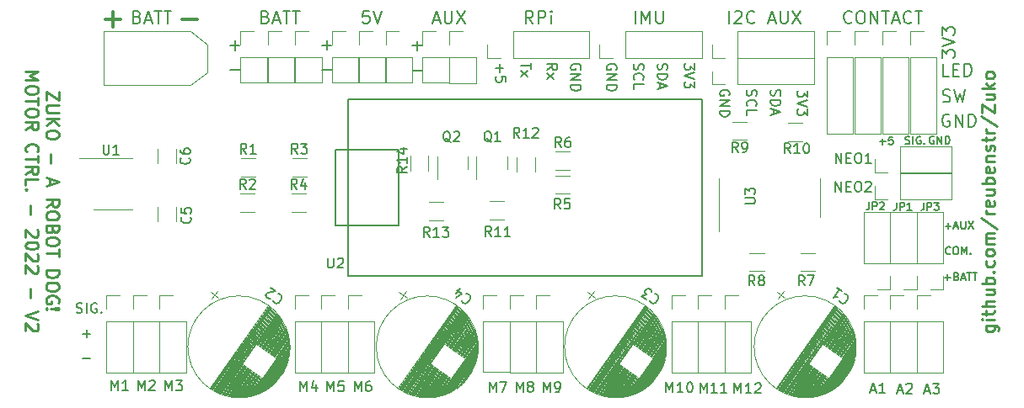
<source format=gbr>
%TF.GenerationSoftware,KiCad,Pcbnew,(6.0.1)*%
%TF.CreationDate,2022-02-05T20:40:31-05:00*%
%TF.ProjectId,motor-controller,6d6f746f-722d-4636-9f6e-74726f6c6c65,rev?*%
%TF.SameCoordinates,Original*%
%TF.FileFunction,Legend,Top*%
%TF.FilePolarity,Positive*%
%FSLAX46Y46*%
G04 Gerber Fmt 4.6, Leading zero omitted, Abs format (unit mm)*
G04 Created by KiCad (PCBNEW (6.0.1)) date 2022-02-05 20:40:31*
%MOMM*%
%LPD*%
G01*
G04 APERTURE LIST*
%ADD10C,0.203200*%
%ADD11C,0.300000*%
%ADD12C,0.152400*%
%ADD13C,0.254000*%
%ADD14C,0.190500*%
%ADD15C,0.150000*%
%ADD16C,0.120000*%
G04 APERTURE END LIST*
D10*
X134012142Y-42674523D02*
X134012142Y-41404523D01*
X134556428Y-41525476D02*
X134616904Y-41465000D01*
X134737857Y-41404523D01*
X135040238Y-41404523D01*
X135161190Y-41465000D01*
X135221666Y-41525476D01*
X135282142Y-41646428D01*
X135282142Y-41767380D01*
X135221666Y-41948809D01*
X134495952Y-42674523D01*
X135282142Y-42674523D01*
X136552142Y-42553571D02*
X136491666Y-42614047D01*
X136310238Y-42674523D01*
X136189285Y-42674523D01*
X136007857Y-42614047D01*
X135886904Y-42493095D01*
X135826428Y-42372142D01*
X135765952Y-42130238D01*
X135765952Y-41948809D01*
X135826428Y-41706904D01*
X135886904Y-41585952D01*
X136007857Y-41465000D01*
X136189285Y-41404523D01*
X136310238Y-41404523D01*
X136491666Y-41465000D01*
X136552142Y-41525476D01*
X138003571Y-42311666D02*
X138608333Y-42311666D01*
X137882619Y-42674523D02*
X138305952Y-41404523D01*
X138729285Y-42674523D01*
X139152619Y-41404523D02*
X139152619Y-42432619D01*
X139213095Y-42553571D01*
X139273571Y-42614047D01*
X139394523Y-42674523D01*
X139636428Y-42674523D01*
X139757380Y-42614047D01*
X139817857Y-42553571D01*
X139878333Y-42432619D01*
X139878333Y-41404523D01*
X140362142Y-41404523D02*
X141208809Y-42674523D01*
X141208809Y-41404523D02*
X140362142Y-42674523D01*
X74528809Y-42009285D02*
X74710238Y-42069761D01*
X74770714Y-42130238D01*
X74831190Y-42251190D01*
X74831190Y-42432619D01*
X74770714Y-42553571D01*
X74710238Y-42614047D01*
X74589285Y-42674523D01*
X74105476Y-42674523D01*
X74105476Y-41404523D01*
X74528809Y-41404523D01*
X74649761Y-41465000D01*
X74710238Y-41525476D01*
X74770714Y-41646428D01*
X74770714Y-41767380D01*
X74710238Y-41888333D01*
X74649761Y-41948809D01*
X74528809Y-42009285D01*
X74105476Y-42009285D01*
X75315000Y-42311666D02*
X75919761Y-42311666D01*
X75194047Y-42674523D02*
X75617380Y-41404523D01*
X76040714Y-42674523D01*
X76282619Y-41404523D02*
X77008333Y-41404523D01*
X76645476Y-42674523D02*
X76645476Y-41404523D01*
X77250238Y-41404523D02*
X77975952Y-41404523D01*
X77613095Y-42674523D02*
X77613095Y-41404523D01*
X104277619Y-42311666D02*
X104882380Y-42311666D01*
X104156666Y-42674523D02*
X104580000Y-41404523D01*
X105003333Y-42674523D01*
X105426666Y-41404523D02*
X105426666Y-42432619D01*
X105487142Y-42553571D01*
X105547619Y-42614047D01*
X105668571Y-42674523D01*
X105910476Y-42674523D01*
X106031428Y-42614047D01*
X106091904Y-42553571D01*
X106152380Y-42432619D01*
X106152380Y-41404523D01*
X106636190Y-41404523D02*
X107482857Y-42674523D01*
X107482857Y-41404523D02*
X106636190Y-42674523D01*
X153664683Y-79646933D02*
X154148493Y-79646933D01*
X153567921Y-79937219D02*
X153906588Y-78921219D01*
X154245255Y-79937219D01*
X154487159Y-78921219D02*
X155116112Y-78921219D01*
X154777445Y-79308266D01*
X154922588Y-79308266D01*
X155019350Y-79356647D01*
X155067731Y-79405028D01*
X155116112Y-79501790D01*
X155116112Y-79743695D01*
X155067731Y-79840457D01*
X155019350Y-79888838D01*
X154922588Y-79937219D01*
X154632302Y-79937219D01*
X154535540Y-79888838D01*
X154487159Y-79840457D01*
X97838493Y-41404523D02*
X97233731Y-41404523D01*
X97173255Y-42009285D01*
X97233731Y-41948809D01*
X97354683Y-41888333D01*
X97657064Y-41888333D01*
X97778017Y-41948809D01*
X97838493Y-42009285D01*
X97898969Y-42130238D01*
X97898969Y-42432619D01*
X97838493Y-42553571D01*
X97778017Y-42614047D01*
X97657064Y-42674523D01*
X97354683Y-42674523D01*
X97233731Y-42614047D01*
X97173255Y-42553571D01*
X98261826Y-41404523D02*
X98685159Y-42674523D01*
X99108493Y-41404523D01*
X126848761Y-46745333D02*
X126800380Y-46890476D01*
X126800380Y-47132381D01*
X126848761Y-47229143D01*
X126897142Y-47277524D01*
X126993904Y-47325905D01*
X127090666Y-47325905D01*
X127187428Y-47277524D01*
X127235809Y-47229143D01*
X127284190Y-47132381D01*
X127332571Y-46938857D01*
X127380952Y-46842095D01*
X127429333Y-46793714D01*
X127526095Y-46745333D01*
X127622857Y-46745333D01*
X127719619Y-46793714D01*
X127768000Y-46842095D01*
X127816380Y-46938857D01*
X127816380Y-47180762D01*
X127768000Y-47325905D01*
X126800380Y-47761333D02*
X127816380Y-47761333D01*
X127816380Y-48003238D01*
X127768000Y-48148381D01*
X127671238Y-48245143D01*
X127574476Y-48293524D01*
X127380952Y-48341905D01*
X127235809Y-48341905D01*
X127042285Y-48293524D01*
X126945523Y-48245143D01*
X126848761Y-48148381D01*
X126800380Y-48003238D01*
X126800380Y-47761333D01*
X127090666Y-48728952D02*
X127090666Y-49212762D01*
X126800380Y-48632190D02*
X127816380Y-48970857D01*
X126800380Y-49309524D01*
X155471428Y-50524047D02*
X155652857Y-50584523D01*
X155955238Y-50584523D01*
X156076190Y-50524047D01*
X156136666Y-50463571D01*
X156197142Y-50342619D01*
X156197142Y-50221666D01*
X156136666Y-50100714D01*
X156076190Y-50040238D01*
X155955238Y-49979761D01*
X155713333Y-49919285D01*
X155592380Y-49858809D01*
X155531904Y-49798333D01*
X155471428Y-49677380D01*
X155471428Y-49556428D01*
X155531904Y-49435476D01*
X155592380Y-49375000D01*
X155713333Y-49314523D01*
X156015714Y-49314523D01*
X156197142Y-49375000D01*
X156620476Y-49314523D02*
X156922857Y-50584523D01*
X157164761Y-49677380D01*
X157406666Y-50584523D01*
X157709047Y-49314523D01*
X74624721Y-79607019D02*
X74624721Y-78591019D01*
X74963388Y-79316733D01*
X75302055Y-78591019D01*
X75302055Y-79607019D01*
X75737483Y-78687780D02*
X75785864Y-78639400D01*
X75882626Y-78591019D01*
X76124531Y-78591019D01*
X76221293Y-78639400D01*
X76269674Y-78687780D01*
X76318055Y-78784542D01*
X76318055Y-78881304D01*
X76269674Y-79026447D01*
X75689102Y-79607019D01*
X76318055Y-79607019D01*
X90931521Y-79657819D02*
X90931521Y-78641819D01*
X91270188Y-79367533D01*
X91608855Y-78641819D01*
X91608855Y-79657819D01*
X92528093Y-78980485D02*
X92528093Y-79657819D01*
X92286188Y-78593438D02*
X92044283Y-79319152D01*
X92673236Y-79319152D01*
X144684095Y-59609619D02*
X144684095Y-58593619D01*
X145264666Y-59609619D01*
X145264666Y-58593619D01*
X145748476Y-59077428D02*
X146087142Y-59077428D01*
X146232285Y-59609619D02*
X145748476Y-59609619D01*
X145748476Y-58593619D01*
X146232285Y-58593619D01*
X146861238Y-58593619D02*
X147054761Y-58593619D01*
X147151523Y-58642000D01*
X147248285Y-58738761D01*
X147296666Y-58932285D01*
X147296666Y-59270952D01*
X147248285Y-59464476D01*
X147151523Y-59561238D01*
X147054761Y-59609619D01*
X146861238Y-59609619D01*
X146764476Y-59561238D01*
X146667714Y-59464476D01*
X146619333Y-59270952D01*
X146619333Y-58932285D01*
X146667714Y-58738761D01*
X146764476Y-58642000D01*
X146861238Y-58593619D01*
X147683714Y-58690380D02*
X147732095Y-58642000D01*
X147828857Y-58593619D01*
X148070761Y-58593619D01*
X148167523Y-58642000D01*
X148215904Y-58690380D01*
X148264285Y-58787142D01*
X148264285Y-58883904D01*
X148215904Y-59029047D01*
X147635333Y-59609619D01*
X148264285Y-59609619D01*
X96367121Y-79683219D02*
X96367121Y-78667219D01*
X96705788Y-79392933D01*
X97044455Y-78667219D01*
X97044455Y-79683219D01*
X97963693Y-78667219D02*
X97770169Y-78667219D01*
X97673407Y-78715600D01*
X97625026Y-78763980D01*
X97528264Y-78909123D01*
X97479883Y-79102647D01*
X97479883Y-79489695D01*
X97528264Y-79586457D01*
X97576645Y-79634838D01*
X97673407Y-79683219D01*
X97866931Y-79683219D01*
X97963693Y-79634838D01*
X98012074Y-79586457D01*
X98060455Y-79489695D01*
X98060455Y-79247790D01*
X98012074Y-79151028D01*
X97963693Y-79102647D01*
X97866931Y-79054266D01*
X97673407Y-79054266D01*
X97576645Y-79102647D01*
X97528264Y-79151028D01*
X97479883Y-79247790D01*
X127684112Y-79810219D02*
X127684112Y-78794219D01*
X128022778Y-79519933D01*
X128361445Y-78794219D01*
X128361445Y-79810219D01*
X129377445Y-79810219D02*
X128796874Y-79810219D01*
X129087159Y-79810219D02*
X129087159Y-78794219D01*
X128990398Y-78939361D01*
X128893636Y-79036123D01*
X128796874Y-79084504D01*
X130006398Y-78794219D02*
X130103159Y-78794219D01*
X130199921Y-78842600D01*
X130248302Y-78890980D01*
X130296683Y-78987742D01*
X130345064Y-79181266D01*
X130345064Y-79423171D01*
X130296683Y-79616695D01*
X130248302Y-79713457D01*
X130199921Y-79761838D01*
X130103159Y-79810219D01*
X130006398Y-79810219D01*
X129909636Y-79761838D01*
X129861255Y-79713457D01*
X129812874Y-79616695D01*
X129764493Y-79423171D01*
X129764493Y-79181266D01*
X129812874Y-78987742D01*
X129861255Y-78890980D01*
X129909636Y-78842600D01*
X130006398Y-78794219D01*
X144714095Y-56739619D02*
X144714095Y-55723619D01*
X145294666Y-56739619D01*
X145294666Y-55723619D01*
X145778476Y-56207428D02*
X146117142Y-56207428D01*
X146262285Y-56739619D02*
X145778476Y-56739619D01*
X145778476Y-55723619D01*
X146262285Y-55723619D01*
X146891238Y-55723619D02*
X147084761Y-55723619D01*
X147181523Y-55772000D01*
X147278285Y-55868761D01*
X147326666Y-56062285D01*
X147326666Y-56400952D01*
X147278285Y-56594476D01*
X147181523Y-56691238D01*
X147084761Y-56739619D01*
X146891238Y-56739619D01*
X146794476Y-56691238D01*
X146697714Y-56594476D01*
X146649333Y-56400952D01*
X146649333Y-56062285D01*
X146697714Y-55868761D01*
X146794476Y-55772000D01*
X146891238Y-55723619D01*
X148294285Y-56739619D02*
X147713714Y-56739619D01*
X148004000Y-56739619D02*
X148004000Y-55723619D01*
X147907238Y-55868761D01*
X147810476Y-55965523D01*
X147713714Y-56013904D01*
X122668000Y-47325904D02*
X122716380Y-47229142D01*
X122716380Y-47084000D01*
X122668000Y-46938857D01*
X122571238Y-46842095D01*
X122474476Y-46793714D01*
X122280952Y-46745333D01*
X122135809Y-46745333D01*
X121942285Y-46793714D01*
X121845523Y-46842095D01*
X121748761Y-46938857D01*
X121700380Y-47084000D01*
X121700380Y-47180761D01*
X121748761Y-47325904D01*
X121797142Y-47374285D01*
X122135809Y-47374285D01*
X122135809Y-47180761D01*
X121700380Y-47809714D02*
X122716380Y-47809714D01*
X121700380Y-48390285D01*
X122716380Y-48390285D01*
X121700380Y-48874095D02*
X122716380Y-48874095D01*
X122716380Y-49116000D01*
X122668000Y-49261142D01*
X122571238Y-49357904D01*
X122474476Y-49406285D01*
X122280952Y-49454666D01*
X122135809Y-49454666D01*
X121942285Y-49406285D01*
X121845523Y-49357904D01*
X121748761Y-49261142D01*
X121700380Y-49116000D01*
X121700380Y-48874095D01*
D11*
X79038095Y-42242857D02*
X80561904Y-42242857D01*
D10*
X84359285Y-44406190D02*
X84359285Y-45373809D01*
X83875476Y-44890000D02*
X84843095Y-44890000D01*
X134028000Y-49925904D02*
X134076380Y-49829142D01*
X134076380Y-49684000D01*
X134028000Y-49538857D01*
X133931238Y-49442095D01*
X133834476Y-49393714D01*
X133640952Y-49345333D01*
X133495809Y-49345333D01*
X133302285Y-49393714D01*
X133205523Y-49442095D01*
X133108761Y-49538857D01*
X133060380Y-49684000D01*
X133060380Y-49780761D01*
X133108761Y-49925904D01*
X133157142Y-49974285D01*
X133495809Y-49974285D01*
X133495809Y-49780761D01*
X133060380Y-50409714D02*
X134076380Y-50409714D01*
X133060380Y-50990285D01*
X134076380Y-50990285D01*
X133060380Y-51474095D02*
X134076380Y-51474095D01*
X134076380Y-51716000D01*
X134028000Y-51861142D01*
X133931238Y-51957904D01*
X133834476Y-52006285D01*
X133640952Y-52054666D01*
X133495809Y-52054666D01*
X133302285Y-52006285D01*
X133205523Y-51957904D01*
X133108761Y-51861142D01*
X133060380Y-51716000D01*
X133060380Y-51474095D01*
X115366321Y-79784819D02*
X115366321Y-78768819D01*
X115704988Y-79494533D01*
X116043655Y-78768819D01*
X116043655Y-79784819D01*
X116575845Y-79784819D02*
X116769369Y-79784819D01*
X116866131Y-79736438D01*
X116914512Y-79688057D01*
X117011274Y-79542914D01*
X117059655Y-79349390D01*
X117059655Y-78962342D01*
X117011274Y-78865580D01*
X116962893Y-78817200D01*
X116866131Y-78768819D01*
X116672607Y-78768819D01*
X116575845Y-78817200D01*
X116527464Y-78865580D01*
X116479083Y-78962342D01*
X116479083Y-79204247D01*
X116527464Y-79301009D01*
X116575845Y-79349390D01*
X116672607Y-79397771D01*
X116866131Y-79397771D01*
X116962893Y-79349390D01*
X117011274Y-79301009D01*
X117059655Y-79204247D01*
X93623921Y-79708619D02*
X93623921Y-78692619D01*
X93962588Y-79418333D01*
X94301255Y-78692619D01*
X94301255Y-79708619D01*
X95268874Y-78692619D02*
X94785064Y-78692619D01*
X94736683Y-79176428D01*
X94785064Y-79128047D01*
X94881826Y-79079666D01*
X95123731Y-79079666D01*
X95220493Y-79128047D01*
X95268874Y-79176428D01*
X95317255Y-79273190D01*
X95317255Y-79515095D01*
X95268874Y-79611857D01*
X95220493Y-79660238D01*
X95123731Y-79708619D01*
X94881826Y-79708619D01*
X94785064Y-79660238D01*
X94736683Y-79611857D01*
X110945817Y-46793714D02*
X110945817Y-47567810D01*
X110558769Y-47180762D02*
X111332865Y-47180762D01*
X111574769Y-48535429D02*
X111574769Y-48051619D01*
X111090960Y-48003238D01*
X111139341Y-48051619D01*
X111187722Y-48148381D01*
X111187722Y-48390286D01*
X111139341Y-48487048D01*
X111090960Y-48535429D01*
X110994198Y-48583810D01*
X110752293Y-48583810D01*
X110655531Y-48535429D01*
X110607150Y-48487048D01*
X110558769Y-48390286D01*
X110558769Y-48148381D01*
X110607150Y-48051619D01*
X110655531Y-48003238D01*
X71932321Y-79581619D02*
X71932321Y-78565619D01*
X72270988Y-79291333D01*
X72609655Y-78565619D01*
X72609655Y-79581619D01*
X73625655Y-79581619D02*
X73045083Y-79581619D01*
X73335369Y-79581619D02*
X73335369Y-78565619D01*
X73238607Y-78710761D01*
X73141845Y-78807523D01*
X73045083Y-78855904D01*
D12*
X155711142Y-63054428D02*
X156291714Y-63054428D01*
X156001428Y-63344714D02*
X156001428Y-62764142D01*
X156618285Y-63127000D02*
X156981142Y-63127000D01*
X156545714Y-63344714D02*
X156799714Y-62582714D01*
X157053714Y-63344714D01*
X157307714Y-62582714D02*
X157307714Y-63199571D01*
X157344000Y-63272142D01*
X157380285Y-63308428D01*
X157452857Y-63344714D01*
X157598000Y-63344714D01*
X157670571Y-63308428D01*
X157706857Y-63272142D01*
X157743142Y-63199571D01*
X157743142Y-62582714D01*
X158033428Y-62582714D02*
X158541428Y-63344714D01*
X158541428Y-62582714D02*
X158033428Y-63344714D01*
D10*
X83896190Y-47370714D02*
X84863809Y-47370714D01*
X141876380Y-49442095D02*
X141876380Y-50071047D01*
X141489333Y-49732380D01*
X141489333Y-49877523D01*
X141440952Y-49974285D01*
X141392571Y-50022666D01*
X141295809Y-50071047D01*
X141053904Y-50071047D01*
X140957142Y-50022666D01*
X140908761Y-49974285D01*
X140860380Y-49877523D01*
X140860380Y-49587238D01*
X140908761Y-49490476D01*
X140957142Y-49442095D01*
X141876380Y-50361333D02*
X140860380Y-50700000D01*
X141876380Y-51038666D01*
X141876380Y-51280571D02*
X141876380Y-51909523D01*
X141489333Y-51570857D01*
X141489333Y-51716000D01*
X141440952Y-51812761D01*
X141392571Y-51861142D01*
X141295809Y-51909523D01*
X141053904Y-51909523D01*
X140957142Y-51861142D01*
X140908761Y-51812761D01*
X140860380Y-51716000D01*
X140860380Y-51425714D01*
X140908761Y-51328952D01*
X140957142Y-51280571D01*
X148229083Y-79570733D02*
X148712893Y-79570733D01*
X148132321Y-79861019D02*
X148470988Y-78845019D01*
X148809655Y-79861019D01*
X149680512Y-79861019D02*
X149099940Y-79861019D01*
X149390226Y-79861019D02*
X149390226Y-78845019D01*
X149293464Y-78990161D01*
X149196702Y-79086923D01*
X149099940Y-79135304D01*
D12*
X155651571Y-68244428D02*
X156232142Y-68244428D01*
X155941857Y-68534714D02*
X155941857Y-67954142D01*
X156849000Y-68135571D02*
X156957857Y-68171857D01*
X156994142Y-68208142D01*
X157030428Y-68280714D01*
X157030428Y-68389571D01*
X156994142Y-68462142D01*
X156957857Y-68498428D01*
X156885285Y-68534714D01*
X156595000Y-68534714D01*
X156595000Y-67772714D01*
X156849000Y-67772714D01*
X156921571Y-67809000D01*
X156957857Y-67845285D01*
X156994142Y-67917857D01*
X156994142Y-67990428D01*
X156957857Y-68063000D01*
X156921571Y-68099285D01*
X156849000Y-68135571D01*
X156595000Y-68135571D01*
X157320714Y-68317000D02*
X157683571Y-68317000D01*
X157248142Y-68534714D02*
X157502142Y-67772714D01*
X157756142Y-68534714D01*
X157901285Y-67772714D02*
X158336714Y-67772714D01*
X158119000Y-68534714D02*
X158119000Y-67772714D01*
X158481857Y-67772714D02*
X158917285Y-67772714D01*
X158699571Y-68534714D02*
X158699571Y-67772714D01*
D10*
X150921483Y-79621533D02*
X151405293Y-79621533D01*
X150824721Y-79911819D02*
X151163388Y-78895819D01*
X151502055Y-79911819D01*
X151792340Y-78992580D02*
X151840721Y-78944200D01*
X151937483Y-78895819D01*
X152179388Y-78895819D01*
X152276150Y-78944200D01*
X152324531Y-78992580D01*
X152372912Y-79089342D01*
X152372912Y-79186104D01*
X152324531Y-79331247D01*
X151743959Y-79911819D01*
X152372912Y-79911819D01*
X124448761Y-46745333D02*
X124400380Y-46890476D01*
X124400380Y-47132380D01*
X124448761Y-47229142D01*
X124497142Y-47277523D01*
X124593904Y-47325904D01*
X124690666Y-47325904D01*
X124787428Y-47277523D01*
X124835809Y-47229142D01*
X124884190Y-47132380D01*
X124932571Y-46938857D01*
X124980952Y-46842095D01*
X125029333Y-46793714D01*
X125126095Y-46745333D01*
X125222857Y-46745333D01*
X125319619Y-46793714D01*
X125368000Y-46842095D01*
X125416380Y-46938857D01*
X125416380Y-47180761D01*
X125368000Y-47325904D01*
X124497142Y-48341904D02*
X124448761Y-48293523D01*
X124400380Y-48148380D01*
X124400380Y-48051618D01*
X124448761Y-47906476D01*
X124545523Y-47809714D01*
X124642285Y-47761333D01*
X124835809Y-47712952D01*
X124980952Y-47712952D01*
X125174476Y-47761333D01*
X125271238Y-47809714D01*
X125368000Y-47906476D01*
X125416380Y-48051618D01*
X125416380Y-48148380D01*
X125368000Y-48293523D01*
X125319619Y-48341904D01*
X124400380Y-49261142D02*
X124400380Y-48777333D01*
X125416380Y-48777333D01*
X119082812Y-47325904D02*
X119131192Y-47229142D01*
X119131192Y-47084000D01*
X119082812Y-46938857D01*
X118986050Y-46842095D01*
X118889288Y-46793714D01*
X118695764Y-46745333D01*
X118550621Y-46745333D01*
X118357097Y-46793714D01*
X118260335Y-46842095D01*
X118163573Y-46938857D01*
X118115192Y-47084000D01*
X118115192Y-47180761D01*
X118163573Y-47325904D01*
X118211954Y-47374285D01*
X118550621Y-47374285D01*
X118550621Y-47180761D01*
X118115192Y-47809714D02*
X119131192Y-47809714D01*
X118115192Y-48390285D01*
X119131192Y-48390285D01*
X118115192Y-48874095D02*
X119131192Y-48874095D01*
X119131192Y-49116000D01*
X119082812Y-49261142D01*
X118986050Y-49357904D01*
X118889288Y-49406285D01*
X118695764Y-49454666D01*
X118550621Y-49454666D01*
X118357097Y-49406285D01*
X118260335Y-49357904D01*
X118163573Y-49261142D01*
X118115192Y-49116000D01*
X118115192Y-48874095D01*
X124609047Y-42674523D02*
X124609047Y-41404523D01*
X125213809Y-42674523D02*
X125213809Y-41404523D01*
X125637142Y-42311666D01*
X126060476Y-41404523D01*
X126060476Y-42674523D01*
X126665238Y-41404523D02*
X126665238Y-42432619D01*
X126725714Y-42553571D01*
X126786190Y-42614047D01*
X126907142Y-42674523D01*
X127149047Y-42674523D01*
X127270000Y-42614047D01*
X127330476Y-42553571D01*
X127390952Y-42432619D01*
X127390952Y-41404523D01*
X135808761Y-49390476D02*
X135760380Y-49535619D01*
X135760380Y-49777523D01*
X135808761Y-49874285D01*
X135857142Y-49922666D01*
X135953904Y-49971047D01*
X136050666Y-49971047D01*
X136147428Y-49922666D01*
X136195809Y-49874285D01*
X136244190Y-49777523D01*
X136292571Y-49584000D01*
X136340952Y-49487238D01*
X136389333Y-49438857D01*
X136486095Y-49390476D01*
X136582857Y-49390476D01*
X136679619Y-49438857D01*
X136728000Y-49487238D01*
X136776380Y-49584000D01*
X136776380Y-49825904D01*
X136728000Y-49971047D01*
X135857142Y-50987047D02*
X135808761Y-50938666D01*
X135760380Y-50793523D01*
X135760380Y-50696761D01*
X135808761Y-50551619D01*
X135905523Y-50454857D01*
X136002285Y-50406476D01*
X136195809Y-50358095D01*
X136340952Y-50358095D01*
X136534476Y-50406476D01*
X136631238Y-50454857D01*
X136728000Y-50551619D01*
X136776380Y-50696761D01*
X136776380Y-50793523D01*
X136728000Y-50938666D01*
X136679619Y-50987047D01*
X135760380Y-51906285D02*
X135760380Y-51422476D01*
X136776380Y-51422476D01*
D13*
X66647826Y-49573571D02*
X66647826Y-50420238D01*
X65377826Y-49573571D01*
X65377826Y-50420238D01*
X66647826Y-50904047D02*
X65619730Y-50904047D01*
X65498778Y-50964523D01*
X65438302Y-51025000D01*
X65377826Y-51145952D01*
X65377826Y-51387857D01*
X65438302Y-51508809D01*
X65498778Y-51569285D01*
X65619730Y-51629761D01*
X66647826Y-51629761D01*
X65377826Y-52234523D02*
X66647826Y-52234523D01*
X65377826Y-52960238D02*
X66103540Y-52415952D01*
X66647826Y-52960238D02*
X65922111Y-52234523D01*
X66647826Y-53746428D02*
X66647826Y-53988333D01*
X66587350Y-54109285D01*
X66466397Y-54230238D01*
X66224492Y-54290714D01*
X65801159Y-54290714D01*
X65559254Y-54230238D01*
X65438302Y-54109285D01*
X65377826Y-53988333D01*
X65377826Y-53746428D01*
X65438302Y-53625476D01*
X65559254Y-53504523D01*
X65801159Y-53444047D01*
X66224492Y-53444047D01*
X66466397Y-53504523D01*
X66587350Y-53625476D01*
X66647826Y-53746428D01*
X65861635Y-55802619D02*
X65861635Y-56770238D01*
X65740683Y-58282142D02*
X65740683Y-58886904D01*
X65377826Y-58161190D02*
X66647826Y-58584523D01*
X65377826Y-59007857D01*
X65377826Y-61124523D02*
X65982588Y-60701190D01*
X65377826Y-60398809D02*
X66647826Y-60398809D01*
X66647826Y-60882619D01*
X66587350Y-61003571D01*
X66526873Y-61064047D01*
X66405921Y-61124523D01*
X66224492Y-61124523D01*
X66103540Y-61064047D01*
X66043064Y-61003571D01*
X65982588Y-60882619D01*
X65982588Y-60398809D01*
X66647826Y-61910714D02*
X66647826Y-62152619D01*
X66587350Y-62273571D01*
X66466397Y-62394523D01*
X66224492Y-62455000D01*
X65801159Y-62455000D01*
X65559254Y-62394523D01*
X65438302Y-62273571D01*
X65377826Y-62152619D01*
X65377826Y-61910714D01*
X65438302Y-61789761D01*
X65559254Y-61668809D01*
X65801159Y-61608333D01*
X66224492Y-61608333D01*
X66466397Y-61668809D01*
X66587350Y-61789761D01*
X66647826Y-61910714D01*
X66043064Y-63422619D02*
X65982588Y-63604047D01*
X65922111Y-63664523D01*
X65801159Y-63725000D01*
X65619730Y-63725000D01*
X65498778Y-63664523D01*
X65438302Y-63604047D01*
X65377826Y-63483095D01*
X65377826Y-62999285D01*
X66647826Y-62999285D01*
X66647826Y-63422619D01*
X66587350Y-63543571D01*
X66526873Y-63604047D01*
X66405921Y-63664523D01*
X66284969Y-63664523D01*
X66164016Y-63604047D01*
X66103540Y-63543571D01*
X66043064Y-63422619D01*
X66043064Y-62999285D01*
X66647826Y-64511190D02*
X66647826Y-64753095D01*
X66587350Y-64874047D01*
X66466397Y-64995000D01*
X66224492Y-65055476D01*
X65801159Y-65055476D01*
X65559254Y-64995000D01*
X65438302Y-64874047D01*
X65377826Y-64753095D01*
X65377826Y-64511190D01*
X65438302Y-64390238D01*
X65559254Y-64269285D01*
X65801159Y-64208809D01*
X66224492Y-64208809D01*
X66466397Y-64269285D01*
X66587350Y-64390238D01*
X66647826Y-64511190D01*
X66647826Y-65418333D02*
X66647826Y-66144047D01*
X65377826Y-65781190D02*
X66647826Y-65781190D01*
X65377826Y-67535000D02*
X66647826Y-67535000D01*
X66647826Y-67837380D01*
X66587350Y-68018809D01*
X66466397Y-68139761D01*
X66345445Y-68200238D01*
X66103540Y-68260714D01*
X65922111Y-68260714D01*
X65680207Y-68200238D01*
X65559254Y-68139761D01*
X65438302Y-68018809D01*
X65377826Y-67837380D01*
X65377826Y-67535000D01*
X66647826Y-69046904D02*
X66647826Y-69288809D01*
X66587350Y-69409761D01*
X66466397Y-69530714D01*
X66224492Y-69591190D01*
X65801159Y-69591190D01*
X65559254Y-69530714D01*
X65438302Y-69409761D01*
X65377826Y-69288809D01*
X65377826Y-69046904D01*
X65438302Y-68925952D01*
X65559254Y-68805000D01*
X65801159Y-68744523D01*
X66224492Y-68744523D01*
X66466397Y-68805000D01*
X66587350Y-68925952D01*
X66647826Y-69046904D01*
X66587350Y-70800714D02*
X66647826Y-70679761D01*
X66647826Y-70498333D01*
X66587350Y-70316904D01*
X66466397Y-70195952D01*
X66345445Y-70135476D01*
X66103540Y-70075000D01*
X65922111Y-70075000D01*
X65680207Y-70135476D01*
X65559254Y-70195952D01*
X65438302Y-70316904D01*
X65377826Y-70498333D01*
X65377826Y-70619285D01*
X65438302Y-70800714D01*
X65498778Y-70861190D01*
X65922111Y-70861190D01*
X65922111Y-70619285D01*
X65498778Y-71405476D02*
X65438302Y-71465952D01*
X65377826Y-71405476D01*
X65438302Y-71345000D01*
X65498778Y-71405476D01*
X65377826Y-71405476D01*
X65861635Y-71405476D02*
X66587350Y-71345000D01*
X66647826Y-71405476D01*
X66587350Y-71465952D01*
X65861635Y-71405476D01*
X66647826Y-71405476D01*
X63333126Y-47547619D02*
X64603126Y-47547619D01*
X63695983Y-47970952D01*
X64603126Y-48394285D01*
X63333126Y-48394285D01*
X64603126Y-49240952D02*
X64603126Y-49482857D01*
X64542650Y-49603809D01*
X64421697Y-49724761D01*
X64179792Y-49785238D01*
X63756459Y-49785238D01*
X63514554Y-49724761D01*
X63393602Y-49603809D01*
X63333126Y-49482857D01*
X63333126Y-49240952D01*
X63393602Y-49120000D01*
X63514554Y-48999047D01*
X63756459Y-48938571D01*
X64179792Y-48938571D01*
X64421697Y-48999047D01*
X64542650Y-49120000D01*
X64603126Y-49240952D01*
X64603126Y-50148095D02*
X64603126Y-50873809D01*
X63333126Y-50510952D02*
X64603126Y-50510952D01*
X64603126Y-51539047D02*
X64603126Y-51780952D01*
X64542650Y-51901904D01*
X64421697Y-52022857D01*
X64179792Y-52083333D01*
X63756459Y-52083333D01*
X63514554Y-52022857D01*
X63393602Y-51901904D01*
X63333126Y-51780952D01*
X63333126Y-51539047D01*
X63393602Y-51418095D01*
X63514554Y-51297142D01*
X63756459Y-51236666D01*
X64179792Y-51236666D01*
X64421697Y-51297142D01*
X64542650Y-51418095D01*
X64603126Y-51539047D01*
X63333126Y-53353333D02*
X63937888Y-52930000D01*
X63333126Y-52627619D02*
X64603126Y-52627619D01*
X64603126Y-53111428D01*
X64542650Y-53232380D01*
X64482173Y-53292857D01*
X64361221Y-53353333D01*
X64179792Y-53353333D01*
X64058840Y-53292857D01*
X63998364Y-53232380D01*
X63937888Y-53111428D01*
X63937888Y-52627619D01*
X63454078Y-55590952D02*
X63393602Y-55530476D01*
X63333126Y-55349047D01*
X63333126Y-55228095D01*
X63393602Y-55046666D01*
X63514554Y-54925714D01*
X63635507Y-54865238D01*
X63877411Y-54804761D01*
X64058840Y-54804761D01*
X64300745Y-54865238D01*
X64421697Y-54925714D01*
X64542650Y-55046666D01*
X64603126Y-55228095D01*
X64603126Y-55349047D01*
X64542650Y-55530476D01*
X64482173Y-55590952D01*
X64603126Y-55953809D02*
X64603126Y-56679523D01*
X63333126Y-56316666D02*
X64603126Y-56316666D01*
X63333126Y-57828571D02*
X63937888Y-57405238D01*
X63333126Y-57102857D02*
X64603126Y-57102857D01*
X64603126Y-57586666D01*
X64542650Y-57707619D01*
X64482173Y-57768095D01*
X64361221Y-57828571D01*
X64179792Y-57828571D01*
X64058840Y-57768095D01*
X63998364Y-57707619D01*
X63937888Y-57586666D01*
X63937888Y-57102857D01*
X63333126Y-58977619D02*
X63333126Y-58372857D01*
X64603126Y-58372857D01*
X63454078Y-59400952D02*
X63393602Y-59461428D01*
X63333126Y-59400952D01*
X63393602Y-59340476D01*
X63454078Y-59400952D01*
X63333126Y-59400952D01*
X63816935Y-60973333D02*
X63816935Y-61940952D01*
X64482173Y-63452857D02*
X64542650Y-63513333D01*
X64603126Y-63634285D01*
X64603126Y-63936666D01*
X64542650Y-64057619D01*
X64482173Y-64118095D01*
X64361221Y-64178571D01*
X64240269Y-64178571D01*
X64058840Y-64118095D01*
X63333126Y-63392380D01*
X63333126Y-64178571D01*
X64603126Y-64964761D02*
X64603126Y-65085714D01*
X64542650Y-65206666D01*
X64482173Y-65267142D01*
X64361221Y-65327619D01*
X64119316Y-65388095D01*
X63816935Y-65388095D01*
X63575030Y-65327619D01*
X63454078Y-65267142D01*
X63393602Y-65206666D01*
X63333126Y-65085714D01*
X63333126Y-64964761D01*
X63393602Y-64843809D01*
X63454078Y-64783333D01*
X63575030Y-64722857D01*
X63816935Y-64662380D01*
X64119316Y-64662380D01*
X64361221Y-64722857D01*
X64482173Y-64783333D01*
X64542650Y-64843809D01*
X64603126Y-64964761D01*
X64482173Y-65871904D02*
X64542650Y-65932380D01*
X64603126Y-66053333D01*
X64603126Y-66355714D01*
X64542650Y-66476666D01*
X64482173Y-66537142D01*
X64361221Y-66597619D01*
X64240269Y-66597619D01*
X64058840Y-66537142D01*
X63333126Y-65811428D01*
X63333126Y-66597619D01*
X64482173Y-67081428D02*
X64542650Y-67141904D01*
X64603126Y-67262857D01*
X64603126Y-67565238D01*
X64542650Y-67686190D01*
X64482173Y-67746666D01*
X64361221Y-67807142D01*
X64240269Y-67807142D01*
X64058840Y-67746666D01*
X63333126Y-67020952D01*
X63333126Y-67807142D01*
X63816935Y-69319047D02*
X63816935Y-70286666D01*
X64603126Y-71677619D02*
X63333126Y-72100952D01*
X64603126Y-72524285D01*
X64482173Y-72887142D02*
X64542650Y-72947619D01*
X64603126Y-73068571D01*
X64603126Y-73370952D01*
X64542650Y-73491904D01*
X64482173Y-73552380D01*
X64361221Y-73612857D01*
X64240269Y-73612857D01*
X64058840Y-73552380D01*
X63333126Y-72826666D01*
X63333126Y-73612857D01*
D10*
X146315714Y-42553571D02*
X146255238Y-42614047D01*
X146073809Y-42674523D01*
X145952857Y-42674523D01*
X145771428Y-42614047D01*
X145650476Y-42493095D01*
X145590000Y-42372142D01*
X145529523Y-42130238D01*
X145529523Y-41948809D01*
X145590000Y-41706904D01*
X145650476Y-41585952D01*
X145771428Y-41465000D01*
X145952857Y-41404523D01*
X146073809Y-41404523D01*
X146255238Y-41465000D01*
X146315714Y-41525476D01*
X147101904Y-41404523D02*
X147343809Y-41404523D01*
X147464761Y-41465000D01*
X147585714Y-41585952D01*
X147646190Y-41827857D01*
X147646190Y-42251190D01*
X147585714Y-42493095D01*
X147464761Y-42614047D01*
X147343809Y-42674523D01*
X147101904Y-42674523D01*
X146980952Y-42614047D01*
X146860000Y-42493095D01*
X146799523Y-42251190D01*
X146799523Y-41827857D01*
X146860000Y-41585952D01*
X146980952Y-41465000D01*
X147101904Y-41404523D01*
X148190476Y-42674523D02*
X148190476Y-41404523D01*
X148916190Y-42674523D01*
X148916190Y-41404523D01*
X149339523Y-41404523D02*
X150065238Y-41404523D01*
X149702380Y-42674523D02*
X149702380Y-41404523D01*
X150428095Y-42311666D02*
X151032857Y-42311666D01*
X150307142Y-42674523D02*
X150730476Y-41404523D01*
X151153809Y-42674523D01*
X152302857Y-42553571D02*
X152242380Y-42614047D01*
X152060952Y-42674523D01*
X151940000Y-42674523D01*
X151758571Y-42614047D01*
X151637619Y-42493095D01*
X151577142Y-42372142D01*
X151516666Y-42130238D01*
X151516666Y-41948809D01*
X151577142Y-41706904D01*
X151637619Y-41585952D01*
X151758571Y-41465000D01*
X151940000Y-41404523D01*
X152060952Y-41404523D01*
X152242380Y-41465000D01*
X152302857Y-41525476D01*
X152665714Y-41404523D02*
X153391428Y-41404523D01*
X153028571Y-42674523D02*
X153028571Y-41404523D01*
D12*
X156229857Y-65842142D02*
X156193571Y-65878428D01*
X156084714Y-65914714D01*
X156012142Y-65914714D01*
X155903285Y-65878428D01*
X155830714Y-65805857D01*
X155794428Y-65733285D01*
X155758142Y-65588142D01*
X155758142Y-65479285D01*
X155794428Y-65334142D01*
X155830714Y-65261571D01*
X155903285Y-65189000D01*
X156012142Y-65152714D01*
X156084714Y-65152714D01*
X156193571Y-65189000D01*
X156229857Y-65225285D01*
X156701571Y-65152714D02*
X156846714Y-65152714D01*
X156919285Y-65189000D01*
X156991857Y-65261571D01*
X157028142Y-65406714D01*
X157028142Y-65660714D01*
X156991857Y-65805857D01*
X156919285Y-65878428D01*
X156846714Y-65914714D01*
X156701571Y-65914714D01*
X156629000Y-65878428D01*
X156556428Y-65805857D01*
X156520142Y-65660714D01*
X156520142Y-65406714D01*
X156556428Y-65261571D01*
X156629000Y-65189000D01*
X156701571Y-65152714D01*
X157354714Y-65914714D02*
X157354714Y-65152714D01*
X157608714Y-65697000D01*
X157862714Y-65152714D01*
X157862714Y-65914714D01*
X158225571Y-65842142D02*
X158261857Y-65878428D01*
X158225571Y-65914714D01*
X158189285Y-65878428D01*
X158225571Y-65842142D01*
X158225571Y-65914714D01*
D10*
X114305714Y-42674523D02*
X113882380Y-42069761D01*
X113580000Y-42674523D02*
X113580000Y-41404523D01*
X114063809Y-41404523D01*
X114184761Y-41465000D01*
X114245238Y-41525476D01*
X114305714Y-41646428D01*
X114305714Y-41827857D01*
X114245238Y-41948809D01*
X114184761Y-42009285D01*
X114063809Y-42069761D01*
X113580000Y-42069761D01*
X114850000Y-42674523D02*
X114850000Y-41404523D01*
X115333809Y-41404523D01*
X115454761Y-41465000D01*
X115515238Y-41525476D01*
X115575714Y-41646428D01*
X115575714Y-41827857D01*
X115515238Y-41948809D01*
X115454761Y-42009285D01*
X115333809Y-42069761D01*
X114850000Y-42069761D01*
X116120000Y-42674523D02*
X116120000Y-41827857D01*
X116120000Y-41404523D02*
X116059523Y-41465000D01*
X116120000Y-41525476D01*
X116180476Y-41465000D01*
X116120000Y-41404523D01*
X116120000Y-41525476D01*
X68424702Y-71760838D02*
X68569845Y-71809219D01*
X68811750Y-71809219D01*
X68908512Y-71760838D01*
X68956893Y-71712457D01*
X69005274Y-71615695D01*
X69005274Y-71518933D01*
X68956893Y-71422171D01*
X68908512Y-71373790D01*
X68811750Y-71325409D01*
X68618226Y-71277028D01*
X68521464Y-71228647D01*
X68473083Y-71180266D01*
X68424702Y-71083504D01*
X68424702Y-70986742D01*
X68473083Y-70889980D01*
X68521464Y-70841600D01*
X68618226Y-70793219D01*
X68860131Y-70793219D01*
X69005274Y-70841600D01*
X69440702Y-71809219D02*
X69440702Y-70793219D01*
X70456702Y-70841600D02*
X70359940Y-70793219D01*
X70214798Y-70793219D01*
X70069655Y-70841600D01*
X69972893Y-70938361D01*
X69924512Y-71035123D01*
X69876131Y-71228647D01*
X69876131Y-71373790D01*
X69924512Y-71567314D01*
X69972893Y-71664076D01*
X70069655Y-71760838D01*
X70214798Y-71809219D01*
X70311559Y-71809219D01*
X70456702Y-71760838D01*
X70505083Y-71712457D01*
X70505083Y-71373790D01*
X70311559Y-71373790D01*
X70940512Y-71712457D02*
X70988893Y-71760838D01*
X70940512Y-71809219D01*
X70892131Y-71760838D01*
X70940512Y-71712457D01*
X70940512Y-71809219D01*
X115740369Y-47374286D02*
X116224179Y-47035619D01*
X115740369Y-46793714D02*
X116756369Y-46793714D01*
X116756369Y-47180762D01*
X116707989Y-47277524D01*
X116659608Y-47325905D01*
X116562846Y-47374286D01*
X116417703Y-47374286D01*
X116320941Y-47325905D01*
X116272560Y-47277524D01*
X116224179Y-47180762D01*
X116224179Y-46793714D01*
X115740369Y-47712952D02*
X116417703Y-48245143D01*
X116417703Y-47712952D02*
X115740369Y-48245143D01*
D14*
X154569428Y-54069000D02*
X154496857Y-54032714D01*
X154388000Y-54032714D01*
X154279142Y-54069000D01*
X154206571Y-54141571D01*
X154170285Y-54214142D01*
X154134000Y-54359285D01*
X154134000Y-54468142D01*
X154170285Y-54613285D01*
X154206571Y-54685857D01*
X154279142Y-54758428D01*
X154388000Y-54794714D01*
X154460571Y-54794714D01*
X154569428Y-54758428D01*
X154605714Y-54722142D01*
X154605714Y-54468142D01*
X154460571Y-54468142D01*
X154932285Y-54794714D02*
X154932285Y-54032714D01*
X155367714Y-54794714D01*
X155367714Y-54032714D01*
X155730571Y-54794714D02*
X155730571Y-54032714D01*
X155912000Y-54032714D01*
X156020857Y-54069000D01*
X156093428Y-54141571D01*
X156129714Y-54214142D01*
X156166000Y-54359285D01*
X156166000Y-54468142D01*
X156129714Y-54613285D01*
X156093428Y-54685857D01*
X156020857Y-54758428D01*
X155912000Y-54794714D01*
X155730571Y-54794714D01*
D13*
X159777857Y-73068095D02*
X160805952Y-73068095D01*
X160926904Y-73128571D01*
X160987380Y-73189047D01*
X161047857Y-73310000D01*
X161047857Y-73491428D01*
X160987380Y-73612380D01*
X160564047Y-73068095D02*
X160624523Y-73189047D01*
X160624523Y-73430952D01*
X160564047Y-73551904D01*
X160503571Y-73612380D01*
X160382619Y-73672857D01*
X160019761Y-73672857D01*
X159898809Y-73612380D01*
X159838333Y-73551904D01*
X159777857Y-73430952D01*
X159777857Y-73189047D01*
X159838333Y-73068095D01*
X160624523Y-72463333D02*
X159777857Y-72463333D01*
X159354523Y-72463333D02*
X159415000Y-72523809D01*
X159475476Y-72463333D01*
X159415000Y-72402857D01*
X159354523Y-72463333D01*
X159475476Y-72463333D01*
X159777857Y-72040000D02*
X159777857Y-71556190D01*
X159354523Y-71858571D02*
X160443095Y-71858571D01*
X160564047Y-71798095D01*
X160624523Y-71677142D01*
X160624523Y-71556190D01*
X160624523Y-71132857D02*
X159354523Y-71132857D01*
X160624523Y-70588571D02*
X159959285Y-70588571D01*
X159838333Y-70649047D01*
X159777857Y-70770000D01*
X159777857Y-70951428D01*
X159838333Y-71072380D01*
X159898809Y-71132857D01*
X159777857Y-69439523D02*
X160624523Y-69439523D01*
X159777857Y-69983809D02*
X160443095Y-69983809D01*
X160564047Y-69923333D01*
X160624523Y-69802380D01*
X160624523Y-69620952D01*
X160564047Y-69500000D01*
X160503571Y-69439523D01*
X160624523Y-68834761D02*
X159354523Y-68834761D01*
X159838333Y-68834761D02*
X159777857Y-68713809D01*
X159777857Y-68471904D01*
X159838333Y-68350952D01*
X159898809Y-68290476D01*
X160019761Y-68230000D01*
X160382619Y-68230000D01*
X160503571Y-68290476D01*
X160564047Y-68350952D01*
X160624523Y-68471904D01*
X160624523Y-68713809D01*
X160564047Y-68834761D01*
X160503571Y-67685714D02*
X160564047Y-67625238D01*
X160624523Y-67685714D01*
X160564047Y-67746190D01*
X160503571Y-67685714D01*
X160624523Y-67685714D01*
X160564047Y-66536666D02*
X160624523Y-66657619D01*
X160624523Y-66899523D01*
X160564047Y-67020476D01*
X160503571Y-67080952D01*
X160382619Y-67141428D01*
X160019761Y-67141428D01*
X159898809Y-67080952D01*
X159838333Y-67020476D01*
X159777857Y-66899523D01*
X159777857Y-66657619D01*
X159838333Y-66536666D01*
X160624523Y-65810952D02*
X160564047Y-65931904D01*
X160503571Y-65992380D01*
X160382619Y-66052857D01*
X160019761Y-66052857D01*
X159898809Y-65992380D01*
X159838333Y-65931904D01*
X159777857Y-65810952D01*
X159777857Y-65629523D01*
X159838333Y-65508571D01*
X159898809Y-65448095D01*
X160019761Y-65387619D01*
X160382619Y-65387619D01*
X160503571Y-65448095D01*
X160564047Y-65508571D01*
X160624523Y-65629523D01*
X160624523Y-65810952D01*
X160624523Y-64843333D02*
X159777857Y-64843333D01*
X159898809Y-64843333D02*
X159838333Y-64782857D01*
X159777857Y-64661904D01*
X159777857Y-64480476D01*
X159838333Y-64359523D01*
X159959285Y-64299047D01*
X160624523Y-64299047D01*
X159959285Y-64299047D02*
X159838333Y-64238571D01*
X159777857Y-64117619D01*
X159777857Y-63936190D01*
X159838333Y-63815238D01*
X159959285Y-63754761D01*
X160624523Y-63754761D01*
X159294047Y-62242857D02*
X160926904Y-63331428D01*
X160624523Y-61819523D02*
X159777857Y-61819523D01*
X160019761Y-61819523D02*
X159898809Y-61759047D01*
X159838333Y-61698571D01*
X159777857Y-61577619D01*
X159777857Y-61456666D01*
X160564047Y-60549523D02*
X160624523Y-60670476D01*
X160624523Y-60912380D01*
X160564047Y-61033333D01*
X160443095Y-61093809D01*
X159959285Y-61093809D01*
X159838333Y-61033333D01*
X159777857Y-60912380D01*
X159777857Y-60670476D01*
X159838333Y-60549523D01*
X159959285Y-60489047D01*
X160080238Y-60489047D01*
X160201190Y-61093809D01*
X159777857Y-59400476D02*
X160624523Y-59400476D01*
X159777857Y-59944761D02*
X160443095Y-59944761D01*
X160564047Y-59884285D01*
X160624523Y-59763333D01*
X160624523Y-59581904D01*
X160564047Y-59460952D01*
X160503571Y-59400476D01*
X160624523Y-58795714D02*
X159354523Y-58795714D01*
X159838333Y-58795714D02*
X159777857Y-58674761D01*
X159777857Y-58432857D01*
X159838333Y-58311904D01*
X159898809Y-58251428D01*
X160019761Y-58190952D01*
X160382619Y-58190952D01*
X160503571Y-58251428D01*
X160564047Y-58311904D01*
X160624523Y-58432857D01*
X160624523Y-58674761D01*
X160564047Y-58795714D01*
X160564047Y-57162857D02*
X160624523Y-57283809D01*
X160624523Y-57525714D01*
X160564047Y-57646666D01*
X160443095Y-57707142D01*
X159959285Y-57707142D01*
X159838333Y-57646666D01*
X159777857Y-57525714D01*
X159777857Y-57283809D01*
X159838333Y-57162857D01*
X159959285Y-57102380D01*
X160080238Y-57102380D01*
X160201190Y-57707142D01*
X159777857Y-56558095D02*
X160624523Y-56558095D01*
X159898809Y-56558095D02*
X159838333Y-56497619D01*
X159777857Y-56376666D01*
X159777857Y-56195238D01*
X159838333Y-56074285D01*
X159959285Y-56013809D01*
X160624523Y-56013809D01*
X160564047Y-55469523D02*
X160624523Y-55348571D01*
X160624523Y-55106666D01*
X160564047Y-54985714D01*
X160443095Y-54925238D01*
X160382619Y-54925238D01*
X160261666Y-54985714D01*
X160201190Y-55106666D01*
X160201190Y-55288095D01*
X160140714Y-55409047D01*
X160019761Y-55469523D01*
X159959285Y-55469523D01*
X159838333Y-55409047D01*
X159777857Y-55288095D01*
X159777857Y-55106666D01*
X159838333Y-54985714D01*
X159777857Y-54562380D02*
X159777857Y-54078571D01*
X159354523Y-54380952D02*
X160443095Y-54380952D01*
X160564047Y-54320476D01*
X160624523Y-54199523D01*
X160624523Y-54078571D01*
X160624523Y-53655238D02*
X159777857Y-53655238D01*
X160019761Y-53655238D02*
X159898809Y-53594761D01*
X159838333Y-53534285D01*
X159777857Y-53413333D01*
X159777857Y-53292380D01*
X159294047Y-51961904D02*
X160926904Y-53050476D01*
X159354523Y-51659523D02*
X159354523Y-50812857D01*
X160624523Y-51659523D01*
X160624523Y-50812857D01*
X159777857Y-49784761D02*
X160624523Y-49784761D01*
X159777857Y-50329047D02*
X160443095Y-50329047D01*
X160564047Y-50268571D01*
X160624523Y-50147619D01*
X160624523Y-49966190D01*
X160564047Y-49845238D01*
X160503571Y-49784761D01*
X160624523Y-49180000D02*
X159354523Y-49180000D01*
X160140714Y-49059047D02*
X160624523Y-48696190D01*
X159777857Y-48696190D02*
X160261666Y-49180000D01*
X160624523Y-47970476D02*
X160564047Y-48091428D01*
X160503571Y-48151904D01*
X160382619Y-48212380D01*
X160019761Y-48212380D01*
X159898809Y-48151904D01*
X159838333Y-48091428D01*
X159777857Y-47970476D01*
X159777857Y-47789047D01*
X159838333Y-47668095D01*
X159898809Y-47607619D01*
X160019761Y-47547142D01*
X160382619Y-47547142D01*
X160503571Y-47607619D01*
X160564047Y-47668095D01*
X160624523Y-47789047D01*
X160624523Y-47970476D01*
D10*
X102679285Y-44446190D02*
X102679285Y-45413809D01*
X102195476Y-44930000D02*
X103163095Y-44930000D01*
D14*
X149126857Y-54564428D02*
X149707428Y-54564428D01*
X149417142Y-54854714D02*
X149417142Y-54274142D01*
X150433142Y-54092714D02*
X150070285Y-54092714D01*
X150034000Y-54455571D01*
X150070285Y-54419285D01*
X150142857Y-54383000D01*
X150324285Y-54383000D01*
X150396857Y-54419285D01*
X150433142Y-54455571D01*
X150469428Y-54528142D01*
X150469428Y-54709571D01*
X150433142Y-54782142D01*
X150396857Y-54818428D01*
X150324285Y-54854714D01*
X150142857Y-54854714D01*
X150070285Y-54818428D01*
X150034000Y-54782142D01*
D10*
X93116190Y-47330714D02*
X94083809Y-47330714D01*
X138208761Y-49366285D02*
X138160380Y-49511428D01*
X138160380Y-49753333D01*
X138208761Y-49850095D01*
X138257142Y-49898476D01*
X138353904Y-49946857D01*
X138450666Y-49946857D01*
X138547428Y-49898476D01*
X138595809Y-49850095D01*
X138644190Y-49753333D01*
X138692571Y-49559809D01*
X138740952Y-49463047D01*
X138789333Y-49414666D01*
X138886095Y-49366285D01*
X138982857Y-49366285D01*
X139079619Y-49414666D01*
X139128000Y-49463047D01*
X139176380Y-49559809D01*
X139176380Y-49801714D01*
X139128000Y-49946857D01*
X138160380Y-50382285D02*
X139176380Y-50382285D01*
X139176380Y-50624190D01*
X139128000Y-50769333D01*
X139031238Y-50866095D01*
X138934476Y-50914476D01*
X138740952Y-50962857D01*
X138595809Y-50962857D01*
X138402285Y-50914476D01*
X138305523Y-50866095D01*
X138208761Y-50769333D01*
X138160380Y-50624190D01*
X138160380Y-50382285D01*
X138450666Y-51349904D02*
X138450666Y-51833714D01*
X138160380Y-51253142D02*
X139176380Y-51591809D01*
X138160380Y-51930476D01*
X134542112Y-79886419D02*
X134542112Y-78870419D01*
X134880778Y-79596133D01*
X135219445Y-78870419D01*
X135219445Y-79886419D01*
X136235445Y-79886419D02*
X135654874Y-79886419D01*
X135945159Y-79886419D02*
X135945159Y-78870419D01*
X135848398Y-79015561D01*
X135751636Y-79112323D01*
X135654874Y-79160704D01*
X136622493Y-78967180D02*
X136670874Y-78918800D01*
X136767636Y-78870419D01*
X137009540Y-78870419D01*
X137106302Y-78918800D01*
X137154683Y-78967180D01*
X137203064Y-79063942D01*
X137203064Y-79160704D01*
X137154683Y-79305847D01*
X136574112Y-79886419D01*
X137203064Y-79886419D01*
X77367921Y-79632419D02*
X77367921Y-78616419D01*
X77706588Y-79342133D01*
X78045255Y-78616419D01*
X78045255Y-79632419D01*
X78432302Y-78616419D02*
X79061255Y-78616419D01*
X78722588Y-79003466D01*
X78867731Y-79003466D01*
X78964493Y-79051847D01*
X79012874Y-79100228D01*
X79061255Y-79196990D01*
X79061255Y-79438895D01*
X79012874Y-79535657D01*
X78964493Y-79584038D01*
X78867731Y-79632419D01*
X78577445Y-79632419D01*
X78480683Y-79584038D01*
X78432302Y-79535657D01*
X130516380Y-46696952D02*
X130516380Y-47325904D01*
X130129333Y-46987237D01*
X130129333Y-47132380D01*
X130080952Y-47229142D01*
X130032571Y-47277523D01*
X129935809Y-47325904D01*
X129693904Y-47325904D01*
X129597142Y-47277523D01*
X129548761Y-47229142D01*
X129500380Y-47132380D01*
X129500380Y-46842095D01*
X129548761Y-46745333D01*
X129597142Y-46696952D01*
X130516380Y-47616190D02*
X129500380Y-47954857D01*
X130516380Y-48293523D01*
X130516380Y-48535428D02*
X130516380Y-49164380D01*
X130129333Y-48825714D01*
X130129333Y-48970857D01*
X130080952Y-49067618D01*
X130032571Y-49115999D01*
X129935809Y-49164380D01*
X129693904Y-49164380D01*
X129597142Y-49115999D01*
X129548761Y-49067618D01*
X129500380Y-48970857D01*
X129500380Y-48680571D01*
X129548761Y-48583809D01*
X129597142Y-48535428D01*
X87428809Y-42009285D02*
X87610238Y-42069761D01*
X87670714Y-42130238D01*
X87731190Y-42251190D01*
X87731190Y-42432619D01*
X87670714Y-42553571D01*
X87610238Y-42614047D01*
X87489285Y-42674523D01*
X87005476Y-42674523D01*
X87005476Y-41404523D01*
X87428809Y-41404523D01*
X87549761Y-41465000D01*
X87610238Y-41525476D01*
X87670714Y-41646428D01*
X87670714Y-41767380D01*
X87610238Y-41888333D01*
X87549761Y-41948809D01*
X87428809Y-42009285D01*
X87005476Y-42009285D01*
X88215000Y-42311666D02*
X88819761Y-42311666D01*
X88094047Y-42674523D02*
X88517380Y-41404523D01*
X88940714Y-42674523D01*
X89182619Y-41404523D02*
X89908333Y-41404523D01*
X89545476Y-42674523D02*
X89545476Y-41404523D01*
X90150238Y-41404523D02*
X90875952Y-41404523D01*
X90513095Y-42674523D02*
X90513095Y-41404523D01*
X156132380Y-51865000D02*
X156011428Y-51804523D01*
X155830000Y-51804523D01*
X155648571Y-51865000D01*
X155527619Y-51985952D01*
X155467142Y-52106904D01*
X155406666Y-52348809D01*
X155406666Y-52530238D01*
X155467142Y-52772142D01*
X155527619Y-52893095D01*
X155648571Y-53014047D01*
X155830000Y-53074523D01*
X155950952Y-53074523D01*
X156132380Y-53014047D01*
X156192857Y-52953571D01*
X156192857Y-52530238D01*
X155950952Y-52530238D01*
X156737142Y-53074523D02*
X156737142Y-51804523D01*
X157462857Y-53074523D01*
X157462857Y-51804523D01*
X158067619Y-53074523D02*
X158067619Y-51804523D01*
X158370000Y-51804523D01*
X158551428Y-51865000D01*
X158672380Y-51985952D01*
X158732857Y-52106904D01*
X158793333Y-52348809D01*
X158793333Y-52530238D01*
X158732857Y-52772142D01*
X158672380Y-52893095D01*
X158551428Y-53014047D01*
X158370000Y-53074523D01*
X158067619Y-53074523D01*
X112623121Y-79759419D02*
X112623121Y-78743419D01*
X112961788Y-79469133D01*
X113300455Y-78743419D01*
X113300455Y-79759419D01*
X113929407Y-79178847D02*
X113832645Y-79130466D01*
X113784264Y-79082085D01*
X113735883Y-78985323D01*
X113735883Y-78936942D01*
X113784264Y-78840180D01*
X113832645Y-78791800D01*
X113929407Y-78743419D01*
X114122931Y-78743419D01*
X114219693Y-78791800D01*
X114268074Y-78840180D01*
X114316455Y-78936942D01*
X114316455Y-78985323D01*
X114268074Y-79082085D01*
X114219693Y-79130466D01*
X114122931Y-79178847D01*
X113929407Y-79178847D01*
X113832645Y-79227228D01*
X113784264Y-79275609D01*
X113735883Y-79372371D01*
X113735883Y-79565895D01*
X113784264Y-79662657D01*
X113832645Y-79711038D01*
X113929407Y-79759419D01*
X114122931Y-79759419D01*
X114219693Y-79711038D01*
X114268074Y-79662657D01*
X114316455Y-79565895D01*
X114316455Y-79372371D01*
X114268074Y-79275609D01*
X114219693Y-79227228D01*
X114122931Y-79178847D01*
X102216190Y-47410714D02*
X103183809Y-47410714D01*
X114063969Y-46648571D02*
X114063969Y-47229142D01*
X113047969Y-46938856D02*
X114063969Y-46938856D01*
X113047969Y-47471047D02*
X113725303Y-48003237D01*
X113725303Y-47471047D02*
X113047969Y-48003237D01*
D14*
X151708428Y-54768428D02*
X151817285Y-54804714D01*
X151998714Y-54804714D01*
X152071285Y-54768428D01*
X152107571Y-54732142D01*
X152143857Y-54659571D01*
X152143857Y-54587000D01*
X152107571Y-54514428D01*
X152071285Y-54478142D01*
X151998714Y-54441857D01*
X151853571Y-54405571D01*
X151781000Y-54369285D01*
X151744714Y-54333000D01*
X151708428Y-54260428D01*
X151708428Y-54187857D01*
X151744714Y-54115285D01*
X151781000Y-54079000D01*
X151853571Y-54042714D01*
X152035000Y-54042714D01*
X152143857Y-54079000D01*
X152470428Y-54804714D02*
X152470428Y-54042714D01*
X153232428Y-54079000D02*
X153159857Y-54042714D01*
X153051000Y-54042714D01*
X152942142Y-54079000D01*
X152869571Y-54151571D01*
X152833285Y-54224142D01*
X152797000Y-54369285D01*
X152797000Y-54478142D01*
X152833285Y-54623285D01*
X152869571Y-54695857D01*
X152942142Y-54768428D01*
X153051000Y-54804714D01*
X153123571Y-54804714D01*
X153232428Y-54768428D01*
X153268714Y-54732142D01*
X153268714Y-54478142D01*
X153123571Y-54478142D01*
X153595285Y-54732142D02*
X153631571Y-54768428D01*
X153595285Y-54804714D01*
X153559000Y-54768428D01*
X153595285Y-54732142D01*
X153595285Y-54804714D01*
D11*
X71338095Y-42242857D02*
X72861904Y-42242857D01*
X72100000Y-43004761D02*
X72100000Y-41480952D01*
D10*
X109930721Y-79734019D02*
X109930721Y-78718019D01*
X110269388Y-79443733D01*
X110608055Y-78718019D01*
X110608055Y-79734019D01*
X110995102Y-78718019D02*
X111672436Y-78718019D01*
X111237007Y-79734019D01*
X69014950Y-76400571D02*
X69789045Y-76400571D01*
X93579285Y-44366190D02*
X93579285Y-45333809D01*
X93095476Y-44850000D02*
X94063095Y-44850000D01*
X155384523Y-46132380D02*
X155384523Y-45346190D01*
X155868333Y-45769523D01*
X155868333Y-45588095D01*
X155928809Y-45467142D01*
X155989285Y-45406666D01*
X156110238Y-45346190D01*
X156412619Y-45346190D01*
X156533571Y-45406666D01*
X156594047Y-45467142D01*
X156654523Y-45588095D01*
X156654523Y-45950952D01*
X156594047Y-46071904D01*
X156533571Y-46132380D01*
X155384523Y-44983333D02*
X156654523Y-44560000D01*
X155384523Y-44136666D01*
X155384523Y-43834285D02*
X155384523Y-43048095D01*
X155868333Y-43471428D01*
X155868333Y-43290000D01*
X155928809Y-43169047D01*
X155989285Y-43108571D01*
X156110238Y-43048095D01*
X156412619Y-43048095D01*
X156533571Y-43108571D01*
X156594047Y-43169047D01*
X156654523Y-43290000D01*
X156654523Y-43652857D01*
X156594047Y-43773809D01*
X156533571Y-43834285D01*
X69065750Y-73911371D02*
X69839845Y-73911371D01*
X69452798Y-74298419D02*
X69452798Y-73524323D01*
X131087712Y-79835619D02*
X131087712Y-78819619D01*
X131426378Y-79545333D01*
X131765045Y-78819619D01*
X131765045Y-79835619D01*
X132781045Y-79835619D02*
X132200474Y-79835619D01*
X132490759Y-79835619D02*
X132490759Y-78819619D01*
X132393998Y-78964761D01*
X132297236Y-79061523D01*
X132200474Y-79109904D01*
X133748664Y-79835619D02*
X133168093Y-79835619D01*
X133458378Y-79835619D02*
X133458378Y-78819619D01*
X133361617Y-78964761D01*
X133264855Y-79061523D01*
X133168093Y-79109904D01*
X156073571Y-47984523D02*
X155468809Y-47984523D01*
X155468809Y-46714523D01*
X156496904Y-47319285D02*
X156920238Y-47319285D01*
X157101666Y-47984523D02*
X156496904Y-47984523D01*
X156496904Y-46714523D01*
X157101666Y-46714523D01*
X157645952Y-47984523D02*
X157645952Y-46714523D01*
X157948333Y-46714523D01*
X158129761Y-46775000D01*
X158250714Y-46895952D01*
X158311190Y-47016904D01*
X158371666Y-47258809D01*
X158371666Y-47440238D01*
X158311190Y-47682142D01*
X158250714Y-47803095D01*
X158129761Y-47924047D01*
X157948333Y-47984523D01*
X157645952Y-47984523D01*
D15*
%TO.C,JP1*%
X150805000Y-60712714D02*
X150805000Y-61257000D01*
X150768714Y-61365857D01*
X150696142Y-61438428D01*
X150587285Y-61474714D01*
X150514714Y-61474714D01*
X151167857Y-61474714D02*
X151167857Y-60712714D01*
X151458142Y-60712714D01*
X151530714Y-60749000D01*
X151567000Y-60785285D01*
X151603285Y-60857857D01*
X151603285Y-60966714D01*
X151567000Y-61039285D01*
X151530714Y-61075571D01*
X151458142Y-61111857D01*
X151167857Y-61111857D01*
X152329000Y-61474714D02*
X151893571Y-61474714D01*
X152111285Y-61474714D02*
X152111285Y-60712714D01*
X152038714Y-60821571D01*
X151966142Y-60894142D01*
X151893571Y-60930428D01*
%TO.C,U3*%
X135614380Y-60814904D02*
X136423904Y-60814904D01*
X136519142Y-60767285D01*
X136566761Y-60719666D01*
X136614380Y-60624428D01*
X136614380Y-60433952D01*
X136566761Y-60338714D01*
X136519142Y-60291095D01*
X136423904Y-60243476D01*
X135614380Y-60243476D01*
X135614380Y-59862523D02*
X135614380Y-59243476D01*
X135995333Y-59576809D01*
X135995333Y-59433952D01*
X136042952Y-59338714D01*
X136090571Y-59291095D01*
X136185809Y-59243476D01*
X136423904Y-59243476D01*
X136519142Y-59291095D01*
X136566761Y-59338714D01*
X136614380Y-59433952D01*
X136614380Y-59719666D01*
X136566761Y-59814904D01*
X136519142Y-59862523D01*
%TO.C,U1*%
X71132895Y-54853380D02*
X71132895Y-55662904D01*
X71180514Y-55758142D01*
X71228133Y-55805761D01*
X71323371Y-55853380D01*
X71513847Y-55853380D01*
X71609085Y-55805761D01*
X71656704Y-55758142D01*
X71704323Y-55662904D01*
X71704323Y-54853380D01*
X72704323Y-55853380D02*
X72132895Y-55853380D01*
X72418609Y-55853380D02*
X72418609Y-54853380D01*
X72323371Y-54996238D01*
X72228133Y-55091476D01*
X72132895Y-55139095D01*
%TO.C,R12*%
X112935942Y-54170780D02*
X112602609Y-53694590D01*
X112364514Y-54170780D02*
X112364514Y-53170780D01*
X112745466Y-53170780D01*
X112840704Y-53218400D01*
X112888323Y-53266019D01*
X112935942Y-53361257D01*
X112935942Y-53504114D01*
X112888323Y-53599352D01*
X112840704Y-53646971D01*
X112745466Y-53694590D01*
X112364514Y-53694590D01*
X113888323Y-54170780D02*
X113316895Y-54170780D01*
X113602609Y-54170780D02*
X113602609Y-53170780D01*
X113507371Y-53313638D01*
X113412133Y-53408876D01*
X113316895Y-53456495D01*
X114269276Y-53266019D02*
X114316895Y-53218400D01*
X114412133Y-53170780D01*
X114650228Y-53170780D01*
X114745466Y-53218400D01*
X114793085Y-53266019D01*
X114840704Y-53361257D01*
X114840704Y-53456495D01*
X114793085Y-53599352D01*
X114221657Y-54170780D01*
X114840704Y-54170780D01*
%TO.C,R10*%
X140147142Y-55732380D02*
X139813809Y-55256190D01*
X139575714Y-55732380D02*
X139575714Y-54732380D01*
X139956666Y-54732380D01*
X140051904Y-54780000D01*
X140099523Y-54827619D01*
X140147142Y-54922857D01*
X140147142Y-55065714D01*
X140099523Y-55160952D01*
X140051904Y-55208571D01*
X139956666Y-55256190D01*
X139575714Y-55256190D01*
X141099523Y-55732380D02*
X140528095Y-55732380D01*
X140813809Y-55732380D02*
X140813809Y-54732380D01*
X140718571Y-54875238D01*
X140623333Y-54970476D01*
X140528095Y-55018095D01*
X141718571Y-54732380D02*
X141813809Y-54732380D01*
X141909047Y-54780000D01*
X141956666Y-54827619D01*
X142004285Y-54922857D01*
X142051904Y-55113333D01*
X142051904Y-55351428D01*
X142004285Y-55541904D01*
X141956666Y-55637142D01*
X141909047Y-55684761D01*
X141813809Y-55732380D01*
X141718571Y-55732380D01*
X141623333Y-55684761D01*
X141575714Y-55637142D01*
X141528095Y-55541904D01*
X141480476Y-55351428D01*
X141480476Y-55113333D01*
X141528095Y-54922857D01*
X141575714Y-54827619D01*
X141623333Y-54780000D01*
X141718571Y-54732380D01*
%TO.C,C2*%
X88673105Y-69897112D02*
X88739425Y-69885418D01*
X88883760Y-69928350D01*
X88961774Y-69982977D01*
X89051483Y-70103924D01*
X89074871Y-70236564D01*
X89059252Y-70341892D01*
X88989007Y-70525234D01*
X88907067Y-70642256D01*
X88758807Y-70770972D01*
X88665174Y-70821673D01*
X88532533Y-70845061D01*
X88388198Y-70802129D01*
X88310183Y-70747502D01*
X88220475Y-70626556D01*
X88208781Y-70560235D01*
X87896723Y-70341730D02*
X87830402Y-70353424D01*
X87725075Y-70337805D01*
X87530039Y-70201239D01*
X87479337Y-70107606D01*
X87467643Y-70041285D01*
X87483262Y-69935958D01*
X87537889Y-69857943D01*
X87658835Y-69768235D01*
X88454680Y-69627906D01*
X87947586Y-69272835D01*
%TO.C,R6*%
X117133333Y-55119380D02*
X116800000Y-54643190D01*
X116561904Y-55119380D02*
X116561904Y-54119380D01*
X116942857Y-54119380D01*
X117038095Y-54167000D01*
X117085714Y-54214619D01*
X117133333Y-54309857D01*
X117133333Y-54452714D01*
X117085714Y-54547952D01*
X117038095Y-54595571D01*
X116942857Y-54643190D01*
X116561904Y-54643190D01*
X117990476Y-54119380D02*
X117800000Y-54119380D01*
X117704761Y-54167000D01*
X117657142Y-54214619D01*
X117561904Y-54357476D01*
X117514285Y-54547952D01*
X117514285Y-54928904D01*
X117561904Y-55024142D01*
X117609523Y-55071761D01*
X117704761Y-55119380D01*
X117895238Y-55119380D01*
X117990476Y-55071761D01*
X118038095Y-55024142D01*
X118085714Y-54928904D01*
X118085714Y-54690809D01*
X118038095Y-54595571D01*
X117990476Y-54547952D01*
X117895238Y-54500333D01*
X117704761Y-54500333D01*
X117609523Y-54547952D01*
X117561904Y-54595571D01*
X117514285Y-54690809D01*
%TO.C,R9*%
X134883333Y-55642380D02*
X134550000Y-55166190D01*
X134311904Y-55642380D02*
X134311904Y-54642380D01*
X134692857Y-54642380D01*
X134788095Y-54690000D01*
X134835714Y-54737619D01*
X134883333Y-54832857D01*
X134883333Y-54975714D01*
X134835714Y-55070952D01*
X134788095Y-55118571D01*
X134692857Y-55166190D01*
X134311904Y-55166190D01*
X135359523Y-55642380D02*
X135550000Y-55642380D01*
X135645238Y-55594761D01*
X135692857Y-55547142D01*
X135788095Y-55404285D01*
X135835714Y-55213809D01*
X135835714Y-54832857D01*
X135788095Y-54737619D01*
X135740476Y-54690000D01*
X135645238Y-54642380D01*
X135454761Y-54642380D01*
X135359523Y-54690000D01*
X135311904Y-54737619D01*
X135264285Y-54832857D01*
X135264285Y-55070952D01*
X135311904Y-55166190D01*
X135359523Y-55213809D01*
X135454761Y-55261428D01*
X135645238Y-55261428D01*
X135740476Y-55213809D01*
X135788095Y-55166190D01*
X135835714Y-55070952D01*
%TO.C,U2*%
X93678097Y-66277180D02*
X93678097Y-67086704D01*
X93725716Y-67181942D01*
X93773335Y-67229561D01*
X93868573Y-67277180D01*
X94059049Y-67277180D01*
X94154287Y-67229561D01*
X94201906Y-67181942D01*
X94249525Y-67086704D01*
X94249525Y-66277180D01*
X94678097Y-66372419D02*
X94725716Y-66324800D01*
X94820954Y-66277180D01*
X95059049Y-66277180D01*
X95154287Y-66324800D01*
X95201906Y-66372419D01*
X95249525Y-66467657D01*
X95249525Y-66562895D01*
X95201906Y-66705752D01*
X94630478Y-67277180D01*
X95249525Y-67277180D01*
%TO.C,C6*%
X79757142Y-56205166D02*
X79804761Y-56252785D01*
X79852380Y-56395642D01*
X79852380Y-56490880D01*
X79804761Y-56633738D01*
X79709523Y-56728976D01*
X79614285Y-56776595D01*
X79423809Y-56824214D01*
X79280952Y-56824214D01*
X79090476Y-56776595D01*
X78995238Y-56728976D01*
X78900000Y-56633738D01*
X78852380Y-56490880D01*
X78852380Y-56395642D01*
X78900000Y-56252785D01*
X78947619Y-56205166D01*
X78852380Y-55348023D02*
X78852380Y-55538500D01*
X78900000Y-55633738D01*
X78947619Y-55681357D01*
X79090476Y-55776595D01*
X79280952Y-55824214D01*
X79661904Y-55824214D01*
X79757142Y-55776595D01*
X79804761Y-55728976D01*
X79852380Y-55633738D01*
X79852380Y-55443261D01*
X79804761Y-55348023D01*
X79757142Y-55300404D01*
X79661904Y-55252785D01*
X79423809Y-55252785D01*
X79328571Y-55300404D01*
X79280952Y-55348023D01*
X79233333Y-55443261D01*
X79233333Y-55633738D01*
X79280952Y-55728976D01*
X79328571Y-55776595D01*
X79423809Y-55824214D01*
%TO.C,C1*%
X145563041Y-69897112D02*
X145629361Y-69885418D01*
X145773696Y-69928350D01*
X145851710Y-69982977D01*
X145941419Y-70103924D01*
X145964807Y-70236564D01*
X145949188Y-70341892D01*
X145878943Y-70525234D01*
X145797003Y-70642256D01*
X145648743Y-70770972D01*
X145555110Y-70821673D01*
X145422469Y-70845061D01*
X145278134Y-70802129D01*
X145200119Y-70747502D01*
X145110411Y-70626556D01*
X145098717Y-70560235D01*
X144837522Y-69272835D02*
X145305609Y-69600592D01*
X145071566Y-69436713D02*
X144497989Y-70255866D01*
X144657943Y-70193470D01*
X144790584Y-70170082D01*
X144895912Y-70185701D01*
%TO.C,R8*%
X136573333Y-69042380D02*
X136240000Y-68566190D01*
X136001904Y-69042380D02*
X136001904Y-68042380D01*
X136382857Y-68042380D01*
X136478095Y-68090000D01*
X136525714Y-68137619D01*
X136573333Y-68232857D01*
X136573333Y-68375714D01*
X136525714Y-68470952D01*
X136478095Y-68518571D01*
X136382857Y-68566190D01*
X136001904Y-68566190D01*
X137144761Y-68470952D02*
X137049523Y-68423333D01*
X137001904Y-68375714D01*
X136954285Y-68280476D01*
X136954285Y-68232857D01*
X137001904Y-68137619D01*
X137049523Y-68090000D01*
X137144761Y-68042380D01*
X137335238Y-68042380D01*
X137430476Y-68090000D01*
X137478095Y-68137619D01*
X137525714Y-68232857D01*
X137525714Y-68280476D01*
X137478095Y-68375714D01*
X137430476Y-68423333D01*
X137335238Y-68470952D01*
X137144761Y-68470952D01*
X137049523Y-68518571D01*
X137001904Y-68566190D01*
X136954285Y-68661428D01*
X136954285Y-68851904D01*
X137001904Y-68947142D01*
X137049523Y-68994761D01*
X137144761Y-69042380D01*
X137335238Y-69042380D01*
X137430476Y-68994761D01*
X137478095Y-68947142D01*
X137525714Y-68851904D01*
X137525714Y-68661428D01*
X137478095Y-68566190D01*
X137430476Y-68518571D01*
X137335238Y-68470952D01*
%TO.C,R4*%
X90583333Y-59338380D02*
X90250000Y-58862190D01*
X90011904Y-59338380D02*
X90011904Y-58338380D01*
X90392857Y-58338380D01*
X90488095Y-58386000D01*
X90535714Y-58433619D01*
X90583333Y-58528857D01*
X90583333Y-58671714D01*
X90535714Y-58766952D01*
X90488095Y-58814571D01*
X90392857Y-58862190D01*
X90011904Y-58862190D01*
X91440476Y-58671714D02*
X91440476Y-59338380D01*
X91202380Y-58290761D02*
X90964285Y-59005047D01*
X91583333Y-59005047D01*
%TO.C,R14*%
X101648780Y-57104457D02*
X101172590Y-57437790D01*
X101648780Y-57675885D02*
X100648780Y-57675885D01*
X100648780Y-57294933D01*
X100696400Y-57199695D01*
X100744019Y-57152076D01*
X100839257Y-57104457D01*
X100982114Y-57104457D01*
X101077352Y-57152076D01*
X101124971Y-57199695D01*
X101172590Y-57294933D01*
X101172590Y-57675885D01*
X101648780Y-56152076D02*
X101648780Y-56723504D01*
X101648780Y-56437790D02*
X100648780Y-56437790D01*
X100791638Y-56533028D01*
X100886876Y-56628266D01*
X100934495Y-56723504D01*
X100982114Y-55294933D02*
X101648780Y-55294933D01*
X100601161Y-55533028D02*
X101315447Y-55771123D01*
X101315447Y-55152076D01*
%TO.C,R11*%
X110108142Y-64111380D02*
X109774809Y-63635190D01*
X109536714Y-64111380D02*
X109536714Y-63111380D01*
X109917666Y-63111380D01*
X110012904Y-63159000D01*
X110060523Y-63206619D01*
X110108142Y-63301857D01*
X110108142Y-63444714D01*
X110060523Y-63539952D01*
X110012904Y-63587571D01*
X109917666Y-63635190D01*
X109536714Y-63635190D01*
X111060523Y-64111380D02*
X110489095Y-64111380D01*
X110774809Y-64111380D02*
X110774809Y-63111380D01*
X110679571Y-63254238D01*
X110584333Y-63349476D01*
X110489095Y-63397095D01*
X112012904Y-64111380D02*
X111441476Y-64111380D01*
X111727190Y-64111380D02*
X111727190Y-63111380D01*
X111631952Y-63254238D01*
X111536714Y-63349476D01*
X111441476Y-63397095D01*
%TO.C,JP2*%
X148065000Y-60662714D02*
X148065000Y-61207000D01*
X148028714Y-61315857D01*
X147956142Y-61388428D01*
X147847285Y-61424714D01*
X147774714Y-61424714D01*
X148427857Y-61424714D02*
X148427857Y-60662714D01*
X148718142Y-60662714D01*
X148790714Y-60699000D01*
X148827000Y-60735285D01*
X148863285Y-60807857D01*
X148863285Y-60916714D01*
X148827000Y-60989285D01*
X148790714Y-61025571D01*
X148718142Y-61061857D01*
X148427857Y-61061857D01*
X149153571Y-60735285D02*
X149189857Y-60699000D01*
X149262428Y-60662714D01*
X149443857Y-60662714D01*
X149516428Y-60699000D01*
X149552714Y-60735285D01*
X149589000Y-60807857D01*
X149589000Y-60880428D01*
X149552714Y-60989285D01*
X149117285Y-61424714D01*
X149589000Y-61424714D01*
%TO.C,JP3*%
X153555000Y-60712714D02*
X153555000Y-61257000D01*
X153518714Y-61365857D01*
X153446142Y-61438428D01*
X153337285Y-61474714D01*
X153264714Y-61474714D01*
X153917857Y-61474714D02*
X153917857Y-60712714D01*
X154208142Y-60712714D01*
X154280714Y-60749000D01*
X154317000Y-60785285D01*
X154353285Y-60857857D01*
X154353285Y-60966714D01*
X154317000Y-61039285D01*
X154280714Y-61075571D01*
X154208142Y-61111857D01*
X153917857Y-61111857D01*
X154607285Y-60712714D02*
X155079000Y-60712714D01*
X154825000Y-61003000D01*
X154933857Y-61003000D01*
X155006428Y-61039285D01*
X155042714Y-61075571D01*
X155079000Y-61148142D01*
X155079000Y-61329571D01*
X155042714Y-61402142D01*
X155006428Y-61438428D01*
X154933857Y-61474714D01*
X154716142Y-61474714D01*
X154643571Y-61438428D01*
X154607285Y-61402142D01*
%TO.C,Q2*%
X106015961Y-54621619D02*
X105920723Y-54574000D01*
X105825485Y-54478761D01*
X105682628Y-54335904D01*
X105587390Y-54288285D01*
X105492152Y-54288285D01*
X105539771Y-54526380D02*
X105444533Y-54478761D01*
X105349295Y-54383523D01*
X105301676Y-54193047D01*
X105301676Y-53859714D01*
X105349295Y-53669238D01*
X105444533Y-53574000D01*
X105539771Y-53526380D01*
X105730247Y-53526380D01*
X105825485Y-53574000D01*
X105920723Y-53669238D01*
X105968342Y-53859714D01*
X105968342Y-54193047D01*
X105920723Y-54383523D01*
X105825485Y-54478761D01*
X105730247Y-54526380D01*
X105539771Y-54526380D01*
X106349295Y-53621619D02*
X106396914Y-53574000D01*
X106492152Y-53526380D01*
X106730247Y-53526380D01*
X106825485Y-53574000D01*
X106873104Y-53621619D01*
X106920723Y-53716857D01*
X106920723Y-53812095D01*
X106873104Y-53954952D01*
X106301676Y-54526380D01*
X106920723Y-54526380D01*
%TO.C,R2*%
X85451313Y-59338380D02*
X85117980Y-58862190D01*
X84879884Y-59338380D02*
X84879884Y-58338380D01*
X85260837Y-58338380D01*
X85356075Y-58386000D01*
X85403694Y-58433619D01*
X85451313Y-58528857D01*
X85451313Y-58671714D01*
X85403694Y-58766952D01*
X85356075Y-58814571D01*
X85260837Y-58862190D01*
X84879884Y-58862190D01*
X85832265Y-58433619D02*
X85879884Y-58386000D01*
X85975122Y-58338380D01*
X86213218Y-58338380D01*
X86308456Y-58386000D01*
X86356075Y-58433619D01*
X86403694Y-58528857D01*
X86403694Y-58624095D01*
X86356075Y-58766952D01*
X85784646Y-59338380D01*
X86403694Y-59338380D01*
%TO.C,R13*%
X103909942Y-64162180D02*
X103576609Y-63685990D01*
X103338514Y-64162180D02*
X103338514Y-63162180D01*
X103719466Y-63162180D01*
X103814704Y-63209800D01*
X103862323Y-63257419D01*
X103909942Y-63352657D01*
X103909942Y-63495514D01*
X103862323Y-63590752D01*
X103814704Y-63638371D01*
X103719466Y-63685990D01*
X103338514Y-63685990D01*
X104862323Y-64162180D02*
X104290895Y-64162180D01*
X104576609Y-64162180D02*
X104576609Y-63162180D01*
X104481371Y-63305038D01*
X104386133Y-63400276D01*
X104290895Y-63447895D01*
X105195657Y-63162180D02*
X105814704Y-63162180D01*
X105481371Y-63543133D01*
X105624228Y-63543133D01*
X105719466Y-63590752D01*
X105767085Y-63638371D01*
X105814704Y-63733609D01*
X105814704Y-63971704D01*
X105767085Y-64066942D01*
X105719466Y-64114561D01*
X105624228Y-64162180D01*
X105338514Y-64162180D01*
X105243276Y-64114561D01*
X105195657Y-64066942D01*
%TO.C,C5*%
X79857142Y-62166666D02*
X79904761Y-62214285D01*
X79952380Y-62357142D01*
X79952380Y-62452380D01*
X79904761Y-62595238D01*
X79809523Y-62690476D01*
X79714285Y-62738095D01*
X79523809Y-62785714D01*
X79380952Y-62785714D01*
X79190476Y-62738095D01*
X79095238Y-62690476D01*
X79000000Y-62595238D01*
X78952380Y-62452380D01*
X78952380Y-62357142D01*
X79000000Y-62214285D01*
X79047619Y-62166666D01*
X78952380Y-61261904D02*
X78952380Y-61738095D01*
X79428571Y-61785714D01*
X79380952Y-61738095D01*
X79333333Y-61642857D01*
X79333333Y-61404761D01*
X79380952Y-61309523D01*
X79428571Y-61261904D01*
X79523809Y-61214285D01*
X79761904Y-61214285D01*
X79857142Y-61261904D01*
X79904761Y-61309523D01*
X79952380Y-61404761D01*
X79952380Y-61642857D01*
X79904761Y-61738095D01*
X79857142Y-61785714D01*
%TO.C,R1*%
X85503333Y-55782380D02*
X85170000Y-55306190D01*
X84931904Y-55782380D02*
X84931904Y-54782380D01*
X85312857Y-54782380D01*
X85408095Y-54830000D01*
X85455714Y-54877619D01*
X85503333Y-54972857D01*
X85503333Y-55115714D01*
X85455714Y-55210952D01*
X85408095Y-55258571D01*
X85312857Y-55306190D01*
X84931904Y-55306190D01*
X86455714Y-55782380D02*
X85884285Y-55782380D01*
X86170000Y-55782380D02*
X86170000Y-54782380D01*
X86074761Y-54925238D01*
X85979523Y-55020476D01*
X85884285Y-55068095D01*
%TO.C,R7*%
X141573333Y-69042380D02*
X141240000Y-68566190D01*
X141001904Y-69042380D02*
X141001904Y-68042380D01*
X141382857Y-68042380D01*
X141478095Y-68090000D01*
X141525714Y-68137619D01*
X141573333Y-68232857D01*
X141573333Y-68375714D01*
X141525714Y-68470952D01*
X141478095Y-68518571D01*
X141382857Y-68566190D01*
X141001904Y-68566190D01*
X141906666Y-68042380D02*
X142573333Y-68042380D01*
X142144761Y-69042380D01*
%TO.C,Q1*%
X110130761Y-54621619D02*
X110035523Y-54574000D01*
X109940285Y-54478761D01*
X109797428Y-54335904D01*
X109702190Y-54288285D01*
X109606952Y-54288285D01*
X109654571Y-54526380D02*
X109559333Y-54478761D01*
X109464095Y-54383523D01*
X109416476Y-54193047D01*
X109416476Y-53859714D01*
X109464095Y-53669238D01*
X109559333Y-53574000D01*
X109654571Y-53526380D01*
X109845047Y-53526380D01*
X109940285Y-53574000D01*
X110035523Y-53669238D01*
X110083142Y-53859714D01*
X110083142Y-54193047D01*
X110035523Y-54383523D01*
X109940285Y-54478761D01*
X109845047Y-54526380D01*
X109654571Y-54526380D01*
X111035523Y-54526380D02*
X110464095Y-54526380D01*
X110749809Y-54526380D02*
X110749809Y-53526380D01*
X110654571Y-53669238D01*
X110559333Y-53764476D01*
X110464095Y-53812095D01*
%TO.C,R3*%
X90658313Y-55782380D02*
X90324980Y-55306190D01*
X90086884Y-55782380D02*
X90086884Y-54782380D01*
X90467837Y-54782380D01*
X90563075Y-54830000D01*
X90610694Y-54877619D01*
X90658313Y-54972857D01*
X90658313Y-55115714D01*
X90610694Y-55210952D01*
X90563075Y-55258571D01*
X90467837Y-55306190D01*
X90086884Y-55306190D01*
X90991646Y-54782380D02*
X91610694Y-54782380D01*
X91277360Y-55163333D01*
X91420218Y-55163333D01*
X91515456Y-55210952D01*
X91563075Y-55258571D01*
X91610694Y-55353809D01*
X91610694Y-55591904D01*
X91563075Y-55687142D01*
X91515456Y-55734761D01*
X91420218Y-55782380D01*
X91134503Y-55782380D01*
X91039265Y-55734761D01*
X90991646Y-55687142D01*
%TO.C,C4*%
X107596105Y-69905282D02*
X107662425Y-69893588D01*
X107806760Y-69936520D01*
X107884774Y-69991147D01*
X107974483Y-70112094D01*
X107997871Y-70244734D01*
X107982252Y-70350062D01*
X107912007Y-70533404D01*
X107830067Y-70650426D01*
X107681807Y-70779142D01*
X107588174Y-70829843D01*
X107455533Y-70853231D01*
X107311198Y-70810299D01*
X107233183Y-70755672D01*
X107143475Y-70634726D01*
X107131781Y-70568405D01*
X106566216Y-69881732D02*
X106948601Y-69335631D01*
X106542747Y-70330356D02*
X107147481Y-69881813D01*
X106640387Y-69526742D01*
%TO.C,C3*%
X126513041Y-69897112D02*
X126579361Y-69885418D01*
X126723696Y-69928350D01*
X126801710Y-69982977D01*
X126891419Y-70103924D01*
X126914807Y-70236564D01*
X126899188Y-70341892D01*
X126828943Y-70525234D01*
X126747003Y-70642256D01*
X126598743Y-70770972D01*
X126505110Y-70821673D01*
X126372469Y-70845061D01*
X126228134Y-70802129D01*
X126150119Y-70747502D01*
X126060411Y-70626556D01*
X126048717Y-70560235D01*
X125721040Y-70447058D02*
X125213946Y-70091987D01*
X125705502Y-69971121D01*
X125588480Y-69889181D01*
X125537779Y-69795548D01*
X125526085Y-69729227D01*
X125541704Y-69623900D01*
X125678269Y-69428863D01*
X125771903Y-69378162D01*
X125838223Y-69366468D01*
X125943551Y-69382087D01*
X126177594Y-69545966D01*
X126228296Y-69639600D01*
X126239990Y-69705920D01*
%TO.C,R5*%
X117069733Y-61333580D02*
X116736400Y-60857390D01*
X116498304Y-61333580D02*
X116498304Y-60333580D01*
X116879257Y-60333580D01*
X116974495Y-60381200D01*
X117022114Y-60428819D01*
X117069733Y-60524057D01*
X117069733Y-60666914D01*
X117022114Y-60762152D01*
X116974495Y-60809771D01*
X116879257Y-60857390D01*
X116498304Y-60857390D01*
X117974495Y-60333580D02*
X117498304Y-60333580D01*
X117450685Y-60809771D01*
X117498304Y-60762152D01*
X117593542Y-60714533D01*
X117831638Y-60714533D01*
X117926876Y-60762152D01*
X117974495Y-60809771D01*
X118022114Y-60905009D01*
X118022114Y-61143104D01*
X117974495Y-61238342D01*
X117926876Y-61285961D01*
X117831638Y-61333580D01*
X117593542Y-61333580D01*
X117498304Y-61285961D01*
X117450685Y-61238342D01*
D16*
%TO.C,JP1*%
X150200000Y-66805000D02*
X150200000Y-61665000D01*
X152860000Y-68075000D02*
X152860000Y-69405000D01*
X152860000Y-66805000D02*
X152860000Y-61665000D01*
X152860000Y-66805000D02*
X150200000Y-66805000D01*
X152860000Y-69405000D02*
X151530000Y-69405000D01*
X152860000Y-61665000D02*
X150200000Y-61665000D01*
%TO.C,U3*%
X143110000Y-60180000D02*
X143110000Y-58230000D01*
X132990000Y-60180000D02*
X132990000Y-63630000D01*
X132990000Y-60180000D02*
X132990000Y-58230000D01*
X143110000Y-60180000D02*
X143110000Y-62130000D01*
%TO.C,U1*%
X72123400Y-61361000D02*
X70173400Y-61361000D01*
X72123400Y-56241000D02*
X74073400Y-56241000D01*
X72123400Y-61361000D02*
X74073400Y-61361000D01*
X72123400Y-56241000D02*
X68673400Y-56241000D01*
%TO.C,J29*%
X149262000Y-46070000D02*
X149262000Y-53750000D01*
X146602000Y-46070000D02*
X149262000Y-46070000D01*
X146602000Y-53750000D02*
X149262000Y-53750000D01*
X146602000Y-44800000D02*
X146602000Y-43470000D01*
X146602000Y-43470000D02*
X147932000Y-43470000D01*
X146602000Y-46070000D02*
X146602000Y-53750000D01*
%TO.C,J4*%
X71190000Y-48910000D02*
X71190000Y-43490000D01*
X79910000Y-43490000D02*
X71190000Y-43490000D01*
X81610000Y-47610000D02*
X79910000Y-48910000D01*
X81610000Y-47610000D02*
X81610000Y-44790000D01*
X79910000Y-48910000D02*
X71190000Y-48910000D01*
X81610000Y-44790000D02*
X79910000Y-43490000D01*
%TO.C,J9*%
X111969929Y-72645000D02*
X111969929Y-77785000D01*
X111969929Y-77785000D02*
X114629929Y-77785000D01*
X111969929Y-71375000D02*
X111969929Y-70045000D01*
X111969929Y-72645000D02*
X114629929Y-72645000D01*
X111969929Y-70045000D02*
X113299929Y-70045000D01*
X114629929Y-72645000D02*
X114629929Y-77785000D01*
%TO.C,J33*%
X109688400Y-46143600D02*
X109688400Y-44813600D01*
X119968400Y-46143600D02*
X119968400Y-43483600D01*
X112288400Y-46143600D02*
X112288400Y-43483600D01*
X112288400Y-43483600D02*
X119968400Y-43483600D01*
X111018400Y-46143600D02*
X109688400Y-46143600D01*
X112288400Y-46143600D02*
X119968400Y-46143600D01*
%TO.C,R12*%
X112681600Y-57569064D02*
X112681600Y-56114936D01*
X114501600Y-57569064D02*
X114501600Y-56114936D01*
%TO.C,J22*%
X152870000Y-72645000D02*
X152870000Y-77785000D01*
X152870000Y-77785000D02*
X155530000Y-77785000D01*
X152870000Y-71375000D02*
X152870000Y-70045000D01*
X152870000Y-72645000D02*
X155530000Y-72645000D01*
X155530000Y-72645000D02*
X155530000Y-77785000D01*
X152870000Y-70045000D02*
X154200000Y-70045000D01*
%TO.C,J7*%
X95713929Y-71375000D02*
X95713929Y-70045000D01*
X95713929Y-77785000D02*
X98373929Y-77785000D01*
X95713929Y-72645000D02*
X98373929Y-72645000D01*
X95713929Y-72645000D02*
X95713929Y-77785000D01*
X98373929Y-72645000D02*
X98373929Y-77785000D01*
X95713929Y-70045000D02*
X97043929Y-70045000D01*
%TO.C,R10*%
X139942936Y-52690000D02*
X141397064Y-52690000D01*
X139942936Y-54510000D02*
X141397064Y-54510000D01*
%TO.C,C2*%
X85248234Y-77079805D02*
X83171314Y-80045955D01*
X89781166Y-74441691D02*
X88473985Y-76308538D01*
X86100152Y-77676325D02*
X84278473Y-80277952D01*
X86427813Y-77905756D02*
X84750102Y-80301775D01*
X85313766Y-77125692D02*
X83251185Y-80071362D01*
X89806046Y-74615371D02*
X85914904Y-80172499D01*
X86821006Y-78181072D02*
X85359533Y-80268272D01*
X88424407Y-71706906D02*
X82709292Y-79868937D01*
X87660646Y-71052479D02*
X81833110Y-79375063D01*
X86296749Y-77813983D02*
X84557665Y-80297652D01*
X89020293Y-72459863D02*
X87032278Y-75299044D01*
X88338728Y-71620055D02*
X82598375Y-79818129D01*
X89179106Y-72721220D02*
X87261640Y-75459645D01*
X89844123Y-75328108D02*
X86597681Y-79964509D01*
X88825273Y-72180478D02*
X86770149Y-75115499D01*
X87050368Y-78341674D02*
X85743188Y-80208521D01*
X89706095Y-74060737D02*
X88244623Y-76147937D01*
X88563000Y-71857664D02*
X82898359Y-79947609D01*
X88281225Y-71562701D02*
X82524812Y-79783711D01*
X86362281Y-77859869D02*
X84653023Y-80300943D01*
X88071692Y-71372036D02*
X82273982Y-79652025D01*
X89771916Y-74385162D02*
X88441219Y-76285595D01*
X89693404Y-74009124D02*
X88211856Y-76124994D01*
X89678797Y-76540549D02*
X87680457Y-79394474D01*
X86067386Y-77653382D02*
X84232515Y-80273849D01*
X89749704Y-76230070D02*
X87412954Y-79567295D01*
X89441022Y-73253757D02*
X87687599Y-75757905D01*
X85608661Y-77332179D02*
X83620645Y-80171360D01*
X89767413Y-76135041D02*
X87329713Y-79616437D01*
X85444830Y-77217464D02*
X83413223Y-80118900D01*
X89840253Y-75473112D02*
X86732616Y-79911278D01*
X89806773Y-75869616D02*
X87093756Y-79744205D01*
X86788240Y-78158129D02*
X85306692Y-80273999D01*
X89345448Y-73041563D02*
X87523769Y-75643190D01*
X89705683Y-76432414D02*
X87588039Y-79456723D01*
X89729756Y-74166422D02*
X88310155Y-76193823D01*
X87758371Y-71122127D02*
X81931982Y-79443073D01*
X88507792Y-71797033D02*
X82822503Y-79916468D01*
X89638626Y-73808405D02*
X88080792Y-76033222D01*
X86558877Y-77997528D02*
X84947701Y-80298526D01*
X88696431Y-72015794D02*
X86606318Y-75000784D01*
X89789842Y-74499038D02*
X88506751Y-76331481D01*
X89252562Y-77637441D02*
X88565417Y-78618785D01*
X88191859Y-71479373D02*
X82415944Y-79728234D01*
X85543129Y-77286293D02*
X83537332Y-80150868D01*
X89751697Y-74274563D02*
X88375687Y-76239709D01*
X86493345Y-77951642D02*
X84847754Y-80301789D01*
X88309977Y-71591378D02*
X82561593Y-79800920D01*
X86886538Y-78226958D02*
X85466936Y-80254360D01*
X85969088Y-77584553D02*
X84097508Y-80257446D01*
X88132062Y-71425295D02*
X82344676Y-79690539D01*
X85084404Y-76965090D02*
X82975363Y-79977112D01*
X89824409Y-75704952D02*
X86945055Y-79817096D01*
X86198450Y-77745154D02*
X84416922Y-80289440D01*
X89157238Y-72682713D02*
X87228874Y-75436702D01*
X85117170Y-76988033D02*
X83014438Y-79991045D01*
X89816451Y-75786055D02*
X87018545Y-79781879D01*
X89422596Y-73210335D02*
X87654833Y-75734962D01*
X89819383Y-74735800D02*
X86032631Y-80143842D01*
X89841540Y-75052846D02*
X86338135Y-80056227D01*
X87948658Y-71268796D02*
X82134887Y-79571721D01*
X85215468Y-77056862D02*
X83131665Y-80032842D01*
X89831220Y-75625488D02*
X86872713Y-79850674D01*
X89568314Y-76907549D02*
X87987537Y-79165132D01*
X89611260Y-76776478D02*
X87879059Y-79250317D01*
X88102164Y-71398256D02*
X82309042Y-79671692D01*
X89264284Y-72878524D02*
X87392704Y-75551417D01*
X89285005Y-72918670D02*
X87425471Y-75574360D01*
X89593670Y-73663394D02*
X87982494Y-75964392D01*
X89370646Y-77399061D02*
X88381801Y-78811279D01*
X87790564Y-71145889D02*
X81965321Y-79465197D01*
X86034620Y-77630439D02*
X84187130Y-80268928D01*
X89825191Y-74797244D02*
X86092356Y-80128285D01*
X89680140Y-73958330D02*
X88179090Y-76102051D01*
X89403595Y-73167733D02*
X87622067Y-75712019D01*
X88748771Y-72080521D02*
X86671851Y-75046670D01*
X86984836Y-78295788D02*
X85631196Y-80228986D01*
X89795947Y-75954814D02*
X87170114Y-79704892D01*
X88535396Y-71827348D02*
X82860431Y-79932038D01*
X88799964Y-72146885D02*
X86737383Y-75092556D01*
X86231216Y-77768097D02*
X84463454Y-80292724D01*
X87854375Y-71194233D02*
X82032574Y-79508626D01*
X86657175Y-78066357D02*
X85099342Y-80291174D01*
X89782827Y-76043289D02*
X87248766Y-79662303D01*
X85674193Y-77378065D02*
X83705105Y-80190214D01*
X89653037Y-73857561D02*
X88113558Y-76056165D01*
X85706959Y-77401008D02*
X83747622Y-80199232D01*
X89813001Y-74675176D02*
X85973481Y-80158580D01*
X87726179Y-71098365D02*
X81898642Y-79420950D01*
X89112355Y-72607337D02*
X87163342Y-75390816D01*
X86460579Y-77928699D02*
X84798928Y-80301782D01*
X85772491Y-77446894D02*
X83833803Y-80215628D01*
X88972542Y-72388583D02*
X86966745Y-75253158D01*
X89089913Y-72569650D02*
X87130576Y-75367873D01*
X88875319Y-72248481D02*
X86835681Y-75161385D01*
X89830425Y-74859506D02*
X86152653Y-80111909D01*
X86165684Y-77722211D02*
X84370390Y-80286157D01*
X85903556Y-77538667D02*
X84008459Y-80245145D01*
X86263982Y-77791040D02*
X84510559Y-80295188D01*
X89647323Y-76655237D02*
X87777464Y-79325672D01*
X85575895Y-77309236D02*
X83578702Y-80161523D01*
X88010749Y-71319597D02*
X82203861Y-79612692D01*
X89845198Y-75256835D02*
X86531074Y-79989896D01*
X88367479Y-71648732D02*
X82635156Y-79835338D01*
X89365595Y-73082527D02*
X87556535Y-75666133D01*
X89762093Y-74329453D02*
X88408453Y-76262652D01*
X89609229Y-73710912D02*
X88015260Y-75987335D01*
X88670548Y-71983021D02*
X86573552Y-74977841D01*
X87822756Y-71169651D02*
X81998661Y-79487321D01*
X89200401Y-72760546D02*
X87294406Y-75482588D01*
X88396230Y-71677409D02*
X82671937Y-79852547D01*
X88850583Y-72214070D02*
X86802915Y-75138442D01*
X89624214Y-73759249D02*
X88048026Y-76010279D01*
X86001854Y-77607496D02*
X84142319Y-80263187D01*
X89843333Y-75120023D02*
X86401874Y-80034936D01*
X89729128Y-76329194D02*
X87499062Y-79514057D01*
X82603611Y-69592925D02*
X82030035Y-70412077D01*
X85739725Y-77423951D02*
X83790712Y-80207430D01*
X89838600Y-74987307D02*
X86275543Y-80075880D01*
X85510363Y-77263350D02*
X83495389Y-80141031D01*
X89741300Y-74219673D02*
X88342921Y-76216766D01*
X85281000Y-77102749D02*
X83210963Y-80059068D01*
X89325874Y-72999779D02*
X87491003Y-75620247D01*
X89516190Y-77051727D02*
X88105192Y-79066841D01*
X86689942Y-78089300D02*
X85150462Y-80287904D01*
X86722708Y-78112243D02*
X85202156Y-80283815D01*
X85641427Y-77355122D02*
X83663162Y-80180378D01*
X86329515Y-77836926D02*
X84605344Y-80299297D01*
X88774654Y-72113293D02*
X86704617Y-75069613D01*
X88452585Y-71736402D02*
X82746646Y-79885326D01*
X86919304Y-78249901D02*
X85520925Y-80246994D01*
X81907247Y-69715713D02*
X82726399Y-70289290D01*
X86395047Y-77882812D02*
X84701276Y-80301768D01*
X87083135Y-78364617D02*
X85800044Y-80197060D01*
X88900055Y-72282892D02*
X86868447Y-75184328D01*
X89834513Y-74923407D02*
X86214098Y-80093894D01*
X89545847Y-73522480D02*
X87884196Y-75895563D01*
X88161961Y-71452334D02*
X82380310Y-79709386D01*
X89222269Y-72799053D02*
X87327172Y-75505531D01*
X89512435Y-73430721D02*
X87818664Y-75849677D01*
X89134796Y-72645025D02*
X87196108Y-75413759D01*
X88222576Y-71506985D02*
X82452397Y-79747654D01*
X89477302Y-73341420D02*
X87753131Y-75803791D01*
X88251901Y-71534843D02*
X82488605Y-79765683D01*
X89452596Y-77212287D02*
X88234319Y-78952166D01*
X85870789Y-77515724D02*
X83964795Y-80237766D01*
X86952070Y-78272844D02*
X85576060Y-80237990D01*
X89529141Y-73476600D02*
X87851430Y-75872620D01*
X88041221Y-71345817D02*
X82238921Y-79632359D01*
X87979704Y-71294197D02*
X82169374Y-79592207D01*
X88643518Y-71951886D02*
X86540786Y-74954898D01*
X85379298Y-77171578D02*
X83331630Y-80095951D01*
X85477597Y-77240407D02*
X83454592Y-80129556D01*
X86755474Y-78135186D02*
X85254424Y-80278907D01*
X87693412Y-71075422D02*
X81865876Y-79398007D01*
X86624409Y-78043414D02*
X85048221Y-80294444D01*
X89842475Y-75400201D02*
X86664861Y-79938303D01*
X89844552Y-75188020D02*
X86466187Y-80012825D01*
X87885994Y-71218814D02*
X82066487Y-79529931D01*
X88480188Y-71766717D02*
X82784574Y-79900897D01*
X89562553Y-73568359D02*
X87916962Y-75918506D01*
X89666875Y-73907536D02*
X88146324Y-76079108D01*
X88924217Y-72318122D02*
X86901213Y-75207272D01*
X85805257Y-77469837D02*
X83876893Y-80223827D01*
X86526111Y-77974585D02*
X84897728Y-80300157D01*
X88722888Y-72047748D02*
X86639085Y-75023727D01*
X89384595Y-73125130D02*
X87589301Y-75689076D01*
X85346532Y-77148635D02*
X83291408Y-80083656D01*
X88617061Y-71919933D02*
X86508020Y-74931955D01*
X89798518Y-74556386D02*
X85856900Y-80185598D01*
X89459449Y-73297179D02*
X87720365Y-75780848D01*
X86591643Y-78020471D02*
X84997674Y-80296894D01*
X89243563Y-72838379D02*
X87359938Y-75528474D01*
X89495155Y-73385661D02*
X87785897Y-75826734D01*
X86132918Y-77699268D02*
X84323858Y-80282874D01*
X89066898Y-72532781D02*
X87097810Y-75344930D01*
X89305726Y-72958815D02*
X87458237Y-75597303D01*
X89836310Y-75548481D02*
X86802091Y-79881795D01*
X85412064Y-77194521D02*
X83372427Y-80107425D01*
X85149936Y-77010976D02*
X83052940Y-80005796D01*
X89578111Y-73615877D02*
X87949728Y-75941449D01*
X89718213Y-74113170D02*
X88277389Y-76170880D01*
X85182702Y-77033919D02*
X83092589Y-80018909D01*
X89043309Y-72496731D02*
X87065044Y-75321987D01*
X87017602Y-78318731D02*
X85686905Y-80219163D01*
X85838023Y-77492781D02*
X83920557Y-80231206D01*
X88996705Y-72423813D02*
X86999511Y-75276101D01*
X86853772Y-78204015D02*
X85412948Y-80261725D01*
X88590030Y-71888798D02*
X82936861Y-79962361D01*
X87917039Y-71244215D02*
X82100974Y-79550416D01*
X85936322Y-77561610D02*
X84052697Y-80251705D01*
X88948953Y-72352533D02*
X86933979Y-75230215D01*
X89866878Y-75213771D02*
G75*
G03*
X89866878Y-75213771I-5120000J0D01*
G01*
%TO.C,J15*%
X84926800Y-48650000D02*
X87586800Y-48650000D01*
X84926800Y-46050000D02*
X84926800Y-48650000D01*
X84926800Y-44780000D02*
X84926800Y-43450000D01*
X84926800Y-46050000D02*
X87586800Y-46050000D01*
X84926800Y-43450000D02*
X86256800Y-43450000D01*
X87586800Y-46050000D02*
X87586800Y-48650000D01*
%TO.C,J16*%
X99513000Y-44780000D02*
X99513000Y-43450000D01*
X99513000Y-48650000D02*
X102173000Y-48650000D01*
X99513000Y-43450000D02*
X100843000Y-43450000D01*
X99513000Y-46050000D02*
X99513000Y-48650000D01*
X99513000Y-46050000D02*
X102173000Y-46050000D01*
X102173000Y-46050000D02*
X102173000Y-48650000D01*
%TO.C,R6*%
X116572936Y-57397000D02*
X118027064Y-57397000D01*
X116572936Y-55577000D02*
X118027064Y-55577000D01*
%TO.C,R9*%
X134292936Y-52590000D02*
X135747064Y-52590000D01*
X134292936Y-54410000D02*
X135747064Y-54410000D01*
%TO.C,J30*%
X134870000Y-46130000D02*
X134870000Y-43470000D01*
X132270000Y-46130000D02*
X132270000Y-44800000D01*
X142550000Y-46130000D02*
X142550000Y-43470000D01*
X134870000Y-43470000D02*
X142550000Y-43470000D01*
X133600000Y-46130000D02*
X132270000Y-46130000D01*
X134870000Y-46130000D02*
X142550000Y-46130000D01*
D15*
%TO.C,U2*%
X94414602Y-62989400D02*
X94414602Y-55369400D01*
X100764602Y-55369400D02*
X95684602Y-55369400D01*
X131244602Y-50289400D02*
X131244602Y-68069400D01*
X131244602Y-68069400D02*
X95684602Y-68069400D01*
X95684602Y-62989400D02*
X94414602Y-62989400D01*
X95684602Y-50289400D02*
X131244602Y-50289400D01*
X100764602Y-62989400D02*
X100764602Y-55369400D01*
X94414602Y-55369400D02*
X95684602Y-55369400D01*
X95684602Y-68069400D02*
X95684602Y-50289400D01*
X100764602Y-62989400D02*
X95684602Y-62989400D01*
D16*
%TO.C,J31*%
X149396000Y-46070000D02*
X149396000Y-53750000D01*
X149396000Y-44800000D02*
X149396000Y-43470000D01*
X149396000Y-46070000D02*
X152056000Y-46070000D01*
X149396000Y-53750000D02*
X152056000Y-53750000D01*
X149396000Y-43470000D02*
X150726000Y-43470000D01*
X152056000Y-46070000D02*
X152056000Y-53750000D01*
%TO.C,J6*%
X93046929Y-77785000D02*
X95706929Y-77785000D01*
X93046929Y-71375000D02*
X93046929Y-70045000D01*
X95706929Y-72645000D02*
X95706929Y-77785000D01*
X93046929Y-72645000D02*
X93046929Y-77785000D01*
X93046929Y-70045000D02*
X94376929Y-70045000D01*
X93046929Y-72645000D02*
X95706929Y-72645000D01*
%TO.C,J21*%
X87670000Y-46050000D02*
X87670000Y-48650000D01*
X87670000Y-44780000D02*
X87670000Y-43450000D01*
X90330000Y-46050000D02*
X90330000Y-48650000D01*
X87670000Y-46050000D02*
X90330000Y-46050000D01*
X87670000Y-43450000D02*
X89000000Y-43450000D01*
X87670000Y-48650000D02*
X90330000Y-48650000D01*
%TO.C,C6*%
X78410000Y-55288748D02*
X78410000Y-56711252D01*
X76590000Y-55288748D02*
X76590000Y-56711252D01*
%TO.C,J18*%
X150203000Y-72645000D02*
X152863000Y-72645000D01*
X150203000Y-70045000D02*
X151533000Y-70045000D01*
X150203000Y-71375000D02*
X150203000Y-70045000D01*
X150203000Y-77785000D02*
X152863000Y-77785000D01*
X150203000Y-72645000D02*
X150203000Y-77785000D01*
X152863000Y-72645000D02*
X152863000Y-77785000D01*
%TO.C,J19*%
X96813000Y-43450000D02*
X98143000Y-43450000D01*
X99473000Y-46050000D02*
X99473000Y-48650000D01*
X96813000Y-44780000D02*
X96813000Y-43450000D01*
X96813000Y-46050000D02*
X99473000Y-46050000D01*
X96813000Y-48650000D02*
X99473000Y-48650000D01*
X96813000Y-46050000D02*
X96813000Y-48650000D01*
%TO.C,J26*%
X151205000Y-57670000D02*
X156345000Y-57670000D01*
X151205000Y-55010000D02*
X156345000Y-55010000D01*
X149935000Y-57670000D02*
X148605000Y-57670000D01*
X151205000Y-57670000D02*
X151205000Y-55010000D01*
X148605000Y-57670000D02*
X148605000Y-56340000D01*
X156345000Y-57670000D02*
X156345000Y-55010000D01*
%TO.C,C1*%
X144838594Y-71268796D02*
X139024823Y-79571721D01*
X146619692Y-74166422D02*
X145200091Y-76193823D01*
X145586367Y-72015794D02*
X143496254Y-75000784D01*
X146724449Y-74923407D02*
X143104034Y-80093894D01*
X146528562Y-73808405D02*
X144970728Y-76033222D01*
X146595619Y-76432414D02*
X144477975Y-79456723D01*
X146735134Y-75256835D02*
X143421010Y-79989896D01*
X145886641Y-72423813D02*
X143889447Y-75276101D01*
X146483606Y-73663394D02*
X144872430Y-75964392D01*
X144931157Y-71345817D02*
X139128857Y-79632359D01*
X146133499Y-72838379D02*
X144249874Y-75528474D01*
X146715127Y-74797244D02*
X142982292Y-80128285D01*
X146657349Y-76135041D02*
X144219649Y-79616437D01*
X145838889Y-72352533D02*
X143823915Y-75230215D01*
X146435783Y-73522480D02*
X144774132Y-75895563D01*
X143743708Y-78204015D02*
X142302884Y-80261725D01*
X146596031Y-74060737D02*
X145134559Y-76147937D01*
X145612824Y-72047748D02*
X143529021Y-75023727D01*
X144616115Y-71098365D02*
X138788578Y-79420950D01*
X143645410Y-78135186D02*
X142144360Y-80278907D01*
X146608149Y-74113170D02*
X145167325Y-76170880D01*
X138797183Y-69715713D02*
X139616335Y-70289290D01*
X146142498Y-77637441D02*
X145455353Y-78618785D01*
X144900685Y-71319597D02*
X139093797Y-79612692D01*
X145638707Y-72080521D02*
X143561787Y-75046670D01*
X146685883Y-75954814D02*
X144060050Y-79704892D01*
X143809240Y-78249901D02*
X142410861Y-80246994D01*
X142859024Y-77584553D02*
X140987444Y-80257446D01*
X144550582Y-71052479D02*
X138723046Y-79375063D01*
X142007106Y-76988033D02*
X139904374Y-79991045D01*
X142498597Y-77332179D02*
X140510581Y-80171360D01*
X145021998Y-71425295D02*
X139234612Y-79690539D01*
X146733269Y-75120023D02*
X143291810Y-80034936D01*
X146385091Y-73385661D02*
X144675833Y-75826734D01*
X146406126Y-77051727D02*
X144995128Y-79066841D01*
X145286166Y-71677409D02*
X139561873Y-79852547D01*
X142203702Y-77125692D02*
X140141121Y-80071362D01*
X146731476Y-75052846D02*
X143228071Y-80056227D01*
X145081795Y-71479373D02*
X139305880Y-79728234D01*
X146641633Y-74274563D02*
X145265623Y-76239709D01*
X146330958Y-73253757D02*
X144577535Y-75757905D01*
X144648307Y-71122127D02*
X138821918Y-79443073D01*
X145862478Y-72388583D02*
X143856681Y-75253158D01*
X146696709Y-75869616D02*
X143983692Y-79744205D01*
X146419077Y-73476600D02*
X144741366Y-75872620D01*
X143973071Y-78364617D02*
X142689980Y-80197060D01*
X143219451Y-77836926D02*
X141495280Y-80299297D01*
X142039872Y-77010976D02*
X139942876Y-80005796D01*
X142793492Y-77538667D02*
X140898395Y-80245145D01*
X142072638Y-77033919D02*
X139982525Y-80018909D01*
X145715209Y-72180478D02*
X143660085Y-75115499D01*
X146726246Y-75548481D02*
X143692027Y-79881795D01*
X145979849Y-72569650D02*
X144020512Y-75367873D01*
X145664590Y-72113293D02*
X143594553Y-75069613D01*
X144806975Y-71244215D02*
X138990910Y-79550416D01*
X144992100Y-71398256D02*
X139198978Y-79671692D01*
X145397728Y-71797033D02*
X139712439Y-79916468D01*
X146468047Y-73615877D02*
X144839664Y-75941449D01*
X146112205Y-72799053D02*
X144217108Y-75505531D01*
X142727959Y-77492781D02*
X140810493Y-80231206D01*
X145370124Y-71766717D02*
X139674510Y-79900897D01*
X146583340Y-74009124D02*
X145101792Y-76124994D01*
X145560484Y-71983021D02*
X143463488Y-74977841D01*
X143612644Y-78112243D02*
X142092092Y-80283815D01*
X146721156Y-75625488D02*
X143762649Y-79850674D01*
X139493547Y-69592925D02*
X138919971Y-70412077D01*
X146714345Y-75704952D02*
X143834991Y-79817096D01*
X143317749Y-77905756D02*
X141640038Y-80301775D01*
X146069042Y-72721220D02*
X144151576Y-75459645D01*
X145199913Y-71591378D02*
X139451529Y-79800920D01*
X145765255Y-72248481D02*
X143725617Y-75161385D01*
X145051897Y-71452334D02*
X139270246Y-79709386D01*
X143907538Y-78318731D02*
X142576841Y-80219163D01*
X142662427Y-77446894D02*
X140723739Y-80215628D01*
X143940304Y-78341674D02*
X142633124Y-80208521D01*
X146090337Y-72760546D02*
X144184342Y-75482588D01*
X143350515Y-77928699D02*
X141688864Y-80301782D01*
X146235384Y-73041563D02*
X144413705Y-75643190D01*
X142957322Y-77653382D02*
X141122451Y-80273849D01*
X143579878Y-78089300D02*
X142040398Y-80287904D01*
X146458250Y-76907549D02*
X144877473Y-79165132D01*
X142400299Y-77263350D02*
X140385325Y-80141031D01*
X143710942Y-78181072D02*
X142249469Y-80268272D01*
X145479966Y-71888798D02*
X139826797Y-79962361D01*
X146195662Y-72958815D02*
X144348173Y-75597303D01*
X143874772Y-78295788D02*
X142521132Y-80228986D01*
X142760725Y-77515724D02*
X140854731Y-80237766D01*
X143678176Y-78158129D02*
X142196628Y-80273999D01*
X146734488Y-75188020D02*
X143356123Y-80012825D01*
X142891790Y-77607496D02*
X141032255Y-80263187D01*
X145141837Y-71534843D02*
X139378541Y-79765683D01*
X143416047Y-77974585D02*
X141787664Y-80300157D01*
X145112512Y-71506985D02*
X139342333Y-79747654D01*
X146679778Y-74499038D02*
X145396687Y-76331481D01*
X146734059Y-75328108D02*
X143487617Y-79964509D01*
X146260582Y-77399061D02*
X145271737Y-78811279D01*
X146728536Y-74987307D02*
X143165479Y-80075880D01*
X146619064Y-76329194D02*
X144388998Y-79514057D01*
X146499165Y-73710912D02*
X144905196Y-75987335D01*
X142367533Y-77240407D02*
X140344528Y-80129556D01*
X146688454Y-74556386D02*
X142746836Y-80185598D01*
X146367238Y-73341420D02*
X144643067Y-75803791D01*
X142433065Y-77286293D02*
X140427268Y-80150868D01*
X142596895Y-77401008D02*
X140637558Y-80199232D01*
X144583348Y-71075422D02*
X138755812Y-79398007D01*
X142629661Y-77423951D02*
X140680648Y-80207430D01*
X146047174Y-72682713D02*
X144118810Y-75436702D01*
X143514345Y-78043414D02*
X141938157Y-80294444D01*
X141974340Y-76965090D02*
X139865299Y-79977112D01*
X146661852Y-74385162D02*
X145331155Y-76285595D01*
X146154220Y-72878524D02*
X144282640Y-75551417D01*
X145314343Y-71706906D02*
X139599228Y-79868937D01*
X142924556Y-77630439D02*
X141077066Y-80268928D01*
X142302000Y-77194521D02*
X140262363Y-80107425D01*
X146349385Y-73297179D02*
X144610301Y-75780848D01*
X143153918Y-77791040D02*
X141400495Y-80295188D01*
X146672763Y-76043289D02*
X144138702Y-79662303D01*
X142269234Y-77171578D02*
X140221566Y-80095951D01*
X145425332Y-71827348D02*
X139750367Y-79932038D01*
X146501196Y-76776478D02*
X144768995Y-79250317D01*
X145956834Y-72532781D02*
X143987746Y-75344930D01*
X145933245Y-72496731D02*
X143954980Y-75321987D01*
X143547111Y-78066357D02*
X141989278Y-80291174D01*
X143121152Y-77768097D02*
X141353390Y-80292724D01*
X143284983Y-77882812D02*
X141591212Y-80301768D01*
X145342521Y-71736402D02*
X139636582Y-79885326D01*
X146702937Y-74675176D02*
X142863417Y-80158580D01*
X142138170Y-77079805D02*
X140061250Y-80045955D01*
X146631236Y-74219673D02*
X145232857Y-76216766D01*
X142334766Y-77217464D02*
X140303159Y-80118900D01*
X144744311Y-71194233D02*
X138922510Y-79508626D01*
X142170936Y-77102749D02*
X140100899Y-80059068D01*
X145910229Y-72459863D02*
X143922214Y-75299044D01*
X146568733Y-76540549D02*
X144570393Y-79394474D01*
X143055620Y-77722211D02*
X141260326Y-80286157D01*
X145689900Y-72146885D02*
X143627319Y-75092556D01*
X142531363Y-77355122D02*
X140553098Y-80180378D01*
X142236468Y-77148635D02*
X140181344Y-80083656D01*
X143088386Y-77745154D02*
X141306858Y-80289440D01*
X145789991Y-72282892D02*
X143758383Y-75184328D01*
X143252217Y-77859869D02*
X141542959Y-80300943D01*
X146312532Y-73210335D02*
X144544769Y-75734962D01*
X146671102Y-74441691D02*
X145363921Y-76308538D01*
X144680500Y-71145889D02*
X138855257Y-79465197D01*
X146002291Y-72607337D02*
X144053278Y-75390816D01*
X146024732Y-72645025D02*
X144086044Y-75413759D01*
X146720361Y-74859506D02*
X143042589Y-80111909D01*
X146402371Y-73430721D02*
X144708600Y-75849677D01*
X145814153Y-72318122D02*
X143791149Y-75207272D01*
X143481579Y-78020471D02*
X141887610Y-80296894D01*
X146514150Y-73759249D02*
X144937962Y-76010279D01*
X146732411Y-75400201D02*
X143554797Y-79938303D01*
X146293531Y-73167733D02*
X144512003Y-75712019D01*
X143776474Y-78226958D02*
X142356872Y-80254360D01*
X146706387Y-75786055D02*
X143908481Y-79781879D01*
X146570076Y-73958330D02*
X145069026Y-76102051D01*
X146709319Y-74735800D02*
X142922567Y-80143842D01*
X146639640Y-76230070D02*
X144302890Y-79567295D01*
X143448813Y-77997528D02*
X141837637Y-80298526D01*
X142564129Y-77378065D02*
X140595041Y-80190214D01*
X144712692Y-71169651D02*
X138888597Y-79487321D01*
X142695193Y-77469837D02*
X140766829Y-80223827D01*
X144775930Y-71218814D02*
X138956423Y-79529931D01*
X143842006Y-78272844D02*
X142465996Y-80237990D01*
X142105404Y-77056862D02*
X140021601Y-80032842D01*
X142465831Y-77309236D02*
X140468638Y-80161523D01*
X146274531Y-73125130D02*
X144479237Y-75689076D01*
X143383281Y-77951642D02*
X141737690Y-80301789D01*
X145171161Y-71562701D02*
X139414748Y-79783711D01*
X146255531Y-73082527D02*
X144446471Y-75666133D01*
X144869640Y-71294197D02*
X139059310Y-79592207D01*
X142990088Y-77676325D02*
X141168409Y-80277952D01*
X146174941Y-72918670D02*
X144315407Y-75574360D01*
X145740519Y-72214070D02*
X143692851Y-75138442D01*
X146730189Y-75473112D02*
X143622552Y-79911278D01*
X146652029Y-74329453D02*
X145298389Y-76262652D01*
X146556811Y-73907536D02*
X145036260Y-76079108D01*
X143022854Y-77699268D02*
X141213794Y-80282874D01*
X146695982Y-74615371D02*
X142804840Y-80172499D01*
X145257415Y-71648732D02*
X139525092Y-79835338D01*
X145228664Y-71620055D02*
X139488311Y-79818129D01*
X145506997Y-71919933D02*
X143397956Y-74931955D01*
X146452489Y-73568359D02*
X144806898Y-75918506D01*
X146342532Y-77212287D02*
X145124255Y-78952166D01*
X144961628Y-71372036D02*
X139163918Y-79652025D01*
X145533454Y-71951886D02*
X143430722Y-74954898D01*
X146537259Y-76655237D02*
X144667400Y-79325672D01*
X143186685Y-77813983D02*
X141447601Y-80297652D01*
X146542973Y-73857561D02*
X145003494Y-76056165D01*
X145452936Y-71857664D02*
X139788295Y-79947609D01*
X146215810Y-72999779D02*
X144380939Y-75620247D01*
X142826258Y-77561610D02*
X140942633Y-80251705D01*
X146756814Y-75213771D02*
G75*
G03*
X146756814Y-75213771I-5120000J0D01*
G01*
%TO.C,R8*%
X137517064Y-65780000D02*
X136062936Y-65780000D01*
X137517064Y-67600000D02*
X136062936Y-67600000D01*
%TO.C,R4*%
X90022936Y-61616000D02*
X91477064Y-61616000D01*
X90022936Y-59796000D02*
X91477064Y-59796000D01*
%TO.C,J2*%
X74123929Y-70045000D02*
X75453929Y-70045000D01*
X76783929Y-72645000D02*
X76783929Y-77785000D01*
X74123929Y-72645000D02*
X74123929Y-77785000D01*
X74123929Y-77785000D02*
X76783929Y-77785000D01*
X74123929Y-72645000D02*
X76783929Y-72645000D01*
X74123929Y-71375000D02*
X74123929Y-70045000D01*
%TO.C,R14*%
X101962800Y-57467464D02*
X101962800Y-56013336D01*
X103782800Y-57467464D02*
X103782800Y-56013336D01*
%TO.C,R11*%
X109922936Y-60590000D02*
X111377064Y-60590000D01*
X109922936Y-62410000D02*
X111377064Y-62410000D01*
%TO.C,J12*%
X130892929Y-77785000D02*
X133552929Y-77785000D01*
X130892929Y-71375000D02*
X130892929Y-70045000D01*
X130892929Y-70045000D02*
X132222929Y-70045000D01*
X130892929Y-72645000D02*
X130892929Y-77785000D01*
X133552929Y-72645000D02*
X133552929Y-77785000D01*
X130892929Y-72645000D02*
X133552929Y-72645000D01*
%TO.C,J14*%
X94113000Y-43450000D02*
X95443000Y-43450000D01*
X94113000Y-48650000D02*
X96773000Y-48650000D01*
X94113000Y-46050000D02*
X94113000Y-48650000D01*
X94113000Y-46050000D02*
X96773000Y-46050000D01*
X94113000Y-44780000D02*
X94113000Y-43450000D01*
X96773000Y-46050000D02*
X96773000Y-48650000D01*
%TO.C,JP2*%
X150190000Y-66815000D02*
X147530000Y-66815000D01*
X147530000Y-66815000D02*
X147530000Y-61675000D01*
X150190000Y-68085000D02*
X150190000Y-69415000D01*
X150190000Y-69415000D02*
X148860000Y-69415000D01*
X150190000Y-61675000D02*
X147530000Y-61675000D01*
X150190000Y-66815000D02*
X150190000Y-61675000D01*
%TO.C,J23*%
X90413200Y-46050000D02*
X93073200Y-46050000D01*
X90413200Y-48650000D02*
X93073200Y-48650000D01*
X90413200Y-44780000D02*
X90413200Y-43450000D01*
X90413200Y-43450000D02*
X91743200Y-43450000D01*
X90413200Y-46050000D02*
X90413200Y-48650000D01*
X93073200Y-46050000D02*
X93073200Y-48650000D01*
%TO.C,JP3*%
X155530000Y-66815000D02*
X152870000Y-66815000D01*
X155530000Y-61675000D02*
X152870000Y-61675000D01*
X155530000Y-69415000D02*
X154200000Y-69415000D01*
X155530000Y-68085000D02*
X155530000Y-69415000D01*
X152870000Y-66815000D02*
X152870000Y-61675000D01*
X155530000Y-66815000D02*
X155530000Y-61675000D01*
%TO.C,J5*%
X90379929Y-72645000D02*
X93039929Y-72645000D01*
X90379929Y-71375000D02*
X90379929Y-70045000D01*
X90379929Y-77785000D02*
X93039929Y-77785000D01*
X90379929Y-72645000D02*
X90379929Y-77785000D01*
X93039929Y-72645000D02*
X93039929Y-77785000D01*
X90379929Y-70045000D02*
X91709929Y-70045000D01*
%TO.C,J25*%
X148610000Y-60400000D02*
X148610000Y-59070000D01*
X151210000Y-60400000D02*
X156350000Y-60400000D01*
X149940000Y-60400000D02*
X148610000Y-60400000D01*
X151210000Y-60400000D02*
X151210000Y-57740000D01*
X156350000Y-60400000D02*
X156350000Y-57740000D01*
X151210000Y-57740000D02*
X156350000Y-57740000D01*
%TO.C,J10*%
X114636929Y-70060011D02*
X115966929Y-70060011D01*
X114636929Y-72660011D02*
X114636929Y-77800011D01*
X117296929Y-72660011D02*
X117296929Y-77800011D01*
X114636929Y-72660011D02*
X117296929Y-72660011D01*
X114636929Y-77800011D02*
X117296929Y-77800011D01*
X114636929Y-71390011D02*
X114636929Y-70060011D01*
%TO.C,Q2*%
X107785600Y-56687900D02*
X107785600Y-57337900D01*
X104665600Y-56687900D02*
X104665600Y-58362900D01*
X107785600Y-56687900D02*
X107785600Y-56037900D01*
X104665600Y-56687900D02*
X104665600Y-56037900D01*
%TO.C,R2*%
X84890916Y-61616000D02*
X86345044Y-61616000D01*
X84890916Y-59796000D02*
X86345044Y-59796000D01*
%TO.C,R13*%
X103825736Y-62460800D02*
X105279864Y-62460800D01*
X103825736Y-60640800D02*
X105279864Y-60640800D01*
%TO.C,C5*%
X76590000Y-61151248D02*
X76590000Y-62573752D01*
X78410000Y-61151248D02*
X78410000Y-62573752D01*
%TO.C,J27*%
X143808000Y-43470000D02*
X145138000Y-43470000D01*
X143808000Y-46070000D02*
X146468000Y-46070000D01*
X146468000Y-46070000D02*
X146468000Y-53750000D01*
X143808000Y-53750000D02*
X146468000Y-53750000D01*
X143808000Y-44800000D02*
X143808000Y-43470000D01*
X143808000Y-46070000D02*
X143808000Y-53750000D01*
%TO.C,R1*%
X84942936Y-58060000D02*
X86397064Y-58060000D01*
X84942936Y-56240000D02*
X86397064Y-56240000D01*
%TO.C,J24*%
X120970000Y-46130000D02*
X120970000Y-44800000D01*
X123570000Y-46130000D02*
X123570000Y-43470000D01*
X131250000Y-46130000D02*
X131250000Y-43470000D01*
X122300000Y-46130000D02*
X120970000Y-46130000D01*
X123570000Y-43470000D02*
X131250000Y-43470000D01*
X123570000Y-46130000D02*
X131250000Y-46130000D01*
%TO.C,J32*%
X152190000Y-46070000D02*
X154850000Y-46070000D01*
X152190000Y-46070000D02*
X152190000Y-53750000D01*
X152190000Y-43470000D02*
X153520000Y-43470000D01*
X152190000Y-44800000D02*
X152190000Y-43470000D01*
X154850000Y-46070000D02*
X154850000Y-53750000D01*
X152190000Y-53750000D02*
X154850000Y-53750000D01*
%TO.C,J8*%
X109302929Y-70029989D02*
X110632929Y-70029989D01*
X109302929Y-71359989D02*
X109302929Y-70029989D01*
X109302929Y-72629989D02*
X109302929Y-77769989D01*
X109302929Y-72629989D02*
X111962929Y-72629989D01*
X111962929Y-72629989D02*
X111962929Y-77769989D01*
X109302929Y-77769989D02*
X111962929Y-77769989D01*
%TO.C,J28*%
X142550000Y-48820000D02*
X142550000Y-46160000D01*
X132270000Y-48820000D02*
X132270000Y-47490000D01*
X133600000Y-48820000D02*
X132270000Y-48820000D01*
X134870000Y-46160000D02*
X142550000Y-46160000D01*
X134870000Y-48820000D02*
X142550000Y-48820000D01*
X134870000Y-48820000D02*
X134870000Y-46160000D01*
%TO.C,R7*%
X142617064Y-65780000D02*
X141162936Y-65780000D01*
X142617064Y-67600000D02*
X141162936Y-67600000D01*
%TO.C,J1*%
X71456929Y-72645000D02*
X74116929Y-72645000D01*
X71456929Y-72645000D02*
X71456929Y-77785000D01*
X71456929Y-71375000D02*
X71456929Y-70045000D01*
X74116929Y-72645000D02*
X74116929Y-77785000D01*
X71456929Y-77785000D02*
X74116929Y-77785000D01*
X71456929Y-70045000D02*
X72786929Y-70045000D01*
%TO.C,J34*%
X105913000Y-46070000D02*
X105913000Y-48670000D01*
X105913000Y-48670000D02*
X108573000Y-48670000D01*
X108573000Y-46070000D02*
X108573000Y-48670000D01*
X105913000Y-44800000D02*
X105913000Y-43470000D01*
X105913000Y-46070000D02*
X108573000Y-46070000D01*
X105913000Y-43470000D02*
X107243000Y-43470000D01*
%TO.C,Q1*%
X108628000Y-56687900D02*
X108628000Y-56037900D01*
X111748000Y-56687900D02*
X111748000Y-57337900D01*
X111748000Y-56687900D02*
X111748000Y-56037900D01*
X108628000Y-56687900D02*
X108628000Y-58362900D01*
%TO.C,J17*%
X147536000Y-70045000D02*
X148866000Y-70045000D01*
X150196000Y-72645000D02*
X150196000Y-77785000D01*
X147536000Y-72645000D02*
X150196000Y-72645000D01*
X147536000Y-72645000D02*
X147536000Y-77785000D01*
X147536000Y-77785000D02*
X150196000Y-77785000D01*
X147536000Y-71375000D02*
X147536000Y-70045000D01*
%TO.C,R3*%
X90097916Y-56240000D02*
X91552044Y-56240000D01*
X90097916Y-58060000D02*
X91552044Y-58060000D01*
%TO.C,C4*%
X107319230Y-71685579D02*
X101594937Y-79860717D01*
X106681371Y-71130297D02*
X100854982Y-79451243D01*
X105219749Y-77822153D02*
X103480665Y-80305822D01*
X107671771Y-72088691D02*
X105594851Y-75054840D01*
X107114859Y-71487543D02*
X101338944Y-79736404D01*
X104400597Y-77248577D02*
X102377592Y-80137726D01*
X104269532Y-77156805D02*
X102214408Y-80091826D01*
X105350813Y-77913926D02*
X103673102Y-80309945D01*
X106871658Y-71276966D02*
X101057887Y-79579891D01*
X108080238Y-72690883D02*
X106151874Y-75444872D01*
X108765475Y-75408371D02*
X105587861Y-79946473D01*
X104498895Y-77317406D02*
X102501702Y-80169693D01*
X108766333Y-75128193D02*
X105324874Y-80043106D01*
X108672704Y-76238240D02*
X106335954Y-79575465D01*
X107847217Y-72326292D02*
X105824213Y-75215442D01*
X104859322Y-77569780D02*
X102975697Y-80259875D01*
X108721518Y-74564556D02*
X104779900Y-80193768D01*
X108208005Y-72926840D02*
X106348471Y-75582530D01*
X108268448Y-73049733D02*
X106446769Y-75651360D01*
X107773583Y-72222240D02*
X105725915Y-75146612D01*
X106745756Y-71177821D02*
X100921661Y-79495491D01*
X104302298Y-77179748D02*
X102254630Y-80104121D01*
X107403188Y-71774887D02*
X101707574Y-79909067D01*
X105744006Y-78189242D02*
X104282533Y-80276442D01*
X106649179Y-71106535D02*
X100821642Y-79429120D01*
X107430792Y-71805203D02*
X101745503Y-79924638D01*
X108418155Y-73393831D02*
X106708897Y-75834904D01*
X105514643Y-78028641D02*
X103920674Y-80305064D01*
X108175562Y-77645611D02*
X107488417Y-78626955D01*
X105088684Y-77730381D02*
X103293390Y-80294327D01*
X108705827Y-76051459D02*
X106171766Y-79670473D01*
X108012913Y-72577820D02*
X106053576Y-75376043D01*
X108736001Y-74683346D02*
X104896481Y-80166750D01*
X108400302Y-73349590D02*
X106676131Y-75811961D01*
X105416345Y-77959812D02*
X103770754Y-80309959D01*
X107943293Y-72468033D02*
X105955278Y-75307214D01*
X104728257Y-77478007D02*
X102799893Y-80231997D01*
X105547409Y-78051584D02*
X103971221Y-80302614D01*
X108561626Y-73816575D02*
X107003792Y-76041392D01*
X108603140Y-73966500D02*
X107102090Y-76110221D01*
X108307595Y-73133300D02*
X106512301Y-75697246D01*
X108516670Y-73671564D02*
X106905494Y-75972562D01*
X108248874Y-73007949D02*
X106414003Y-75628417D01*
X107619431Y-72023964D02*
X105529318Y-75008954D01*
X108763253Y-75481282D02*
X105655616Y-79919448D01*
X104433363Y-77271520D02*
X102418389Y-80149201D01*
X108035355Y-72615507D02*
X106086342Y-75398986D01*
X104367830Y-77225634D02*
X102336223Y-80127070D01*
X105252515Y-77845096D02*
X103528344Y-80307467D01*
X107823055Y-72291062D02*
X105791447Y-75192498D01*
X108452141Y-73484770D02*
X106774430Y-75880790D01*
X105678474Y-78143356D02*
X104177424Y-80287077D01*
X106840039Y-71252385D02*
X101023974Y-79558586D01*
X107966309Y-72504901D02*
X105988044Y-75330157D01*
X108616404Y-74017294D02*
X107134856Y-76133164D01*
X108628683Y-76440584D02*
X106511039Y-79464893D01*
X105154216Y-77776267D02*
X103386454Y-80300894D01*
X108288595Y-73090697D02*
X106479535Y-75674303D01*
X107748273Y-72188648D02*
X105693149Y-75123669D01*
X108757513Y-74931577D02*
X105137098Y-80102064D01*
X107593548Y-71991191D02*
X105496552Y-74986011D01*
X108690413Y-76143211D02*
X106252713Y-79624607D01*
X108739451Y-75794225D02*
X105941545Y-79790049D01*
X108754220Y-75633658D02*
X105795713Y-79858844D01*
X105907836Y-78303958D02*
X104554196Y-80237156D01*
X108576037Y-73865731D02*
X107036558Y-76064335D01*
X108435435Y-73438891D02*
X106741664Y-75857847D01*
X107290479Y-71656902D02*
X101558156Y-79843508D01*
X108057796Y-72653195D02*
X106119108Y-75421929D01*
X105383579Y-77936869D02*
X103721928Y-80309952D01*
X108145269Y-72807223D02*
X106250172Y-75513701D01*
X107261728Y-71628225D02*
X101521375Y-79826299D01*
X108674697Y-74282733D02*
X107298687Y-76247879D01*
X108664300Y-74227843D02*
X107265921Y-76224936D01*
X105121450Y-77753324D02*
X103339922Y-80297610D01*
X104793789Y-77523894D02*
X102887795Y-80245936D01*
X104171234Y-77087975D02*
X102094314Y-80054125D01*
X107513030Y-71896968D02*
X101859861Y-79970531D01*
X108652128Y-76337364D02*
X106422062Y-79522227D01*
X107055062Y-71433465D02*
X101267676Y-79698709D01*
X104204000Y-77110919D02*
X102133963Y-80067238D01*
X108685093Y-74337623D02*
X107331453Y-76270822D01*
X104892088Y-77592723D02*
X103020508Y-80265616D01*
X105645708Y-78120413D02*
X104125156Y-80291985D01*
X104924854Y-77615666D02*
X103065319Y-80271357D01*
X107989898Y-72540951D02*
X106020810Y-75353100D01*
X108601797Y-76548719D02*
X106603457Y-79402644D01*
X108570323Y-76663407D02*
X106700464Y-79333842D01*
X107458396Y-71835518D02*
X101783431Y-79940208D01*
X108768198Y-75265005D02*
X105454074Y-79998066D01*
X106902704Y-71302367D02*
X101092374Y-79600377D01*
X104957620Y-77638609D02*
X103110130Y-80277098D01*
X104466129Y-77294463D02*
X102460332Y-80159038D01*
X107486000Y-71865834D02*
X101821359Y-79955779D01*
X108166563Y-72846549D02*
X106282938Y-75536644D01*
X104138468Y-77065032D02*
X102054665Y-80041012D01*
X108747409Y-75713122D02*
X105868055Y-79825266D01*
X108293646Y-77407231D02*
X107304801Y-78819449D01*
X107919705Y-72431983D02*
X105922511Y-75284271D01*
X105776772Y-78212185D02*
X104335948Y-80269895D01*
X108694916Y-74393332D02*
X107364219Y-76293765D01*
X105973368Y-78349844D02*
X104666188Y-80216691D01*
X104236766Y-77133862D02*
X102174185Y-80079532D01*
X105842304Y-78258071D02*
X104443925Y-80255164D01*
X105711240Y-78166299D02*
X104229692Y-80282169D01*
X101526611Y-69601095D02*
X100953035Y-70420247D01*
X108767552Y-75196190D02*
X105389187Y-80020995D01*
X104695491Y-77455064D02*
X102756803Y-80223798D01*
X108364022Y-73261927D02*
X106610599Y-75766075D01*
X105940602Y-78326901D02*
X104609905Y-80227333D01*
X104826556Y-77546837D02*
X102931459Y-80253315D01*
X104531661Y-77340349D02*
X102543645Y-80179530D01*
X108123401Y-72768716D02*
X106217406Y-75490758D01*
X108753425Y-74867676D02*
X105075653Y-80120079D01*
X107540061Y-71928103D02*
X105431020Y-74940125D01*
X105612942Y-78097470D02*
X104073462Y-80296074D01*
X104335064Y-77202691D02*
X102295427Y-80115595D01*
X107645888Y-72055918D02*
X105562085Y-75031897D01*
X107025164Y-71406426D02*
X101232042Y-79679862D01*
X108767123Y-75336278D02*
X105520681Y-79972679D01*
X105023152Y-77684495D02*
X103201473Y-80286122D01*
X108534260Y-76784648D02*
X106802059Y-79258487D01*
X104007404Y-76973260D02*
X101898363Y-79985282D01*
X106994692Y-71380206D02*
X101196982Y-79660195D01*
X107871953Y-72360703D02*
X105856979Y-75238385D01*
X108652756Y-74174592D02*
X107233155Y-76201993D01*
X108439190Y-77059897D02*
X107028192Y-79075011D01*
X107697654Y-72121463D02*
X105627617Y-75077783D01*
X108382449Y-73305349D02*
X106643365Y-75789018D01*
X100830247Y-69723883D02*
X101649399Y-70297460D01*
X108641213Y-74121340D02*
X107200389Y-76179050D01*
X105449111Y-77982755D02*
X103820728Y-80308327D01*
X105580175Y-78074527D02*
X104022342Y-80299344D01*
X104990386Y-77661552D02*
X103155515Y-80282019D01*
X108326595Y-73175903D02*
X106545067Y-75720189D01*
X106006135Y-78372787D02*
X104723044Y-80205230D01*
X108501111Y-73624047D02*
X106872728Y-75949619D01*
X105186982Y-77799210D02*
X103433559Y-80303358D01*
X106713564Y-71154059D02*
X100888321Y-79473367D01*
X105875070Y-78281014D02*
X104499060Y-80246160D01*
X104564427Y-77363292D02*
X102586162Y-80188548D01*
X108187284Y-72886694D02*
X106315704Y-75559587D01*
X108742383Y-74743970D02*
X104955631Y-80152012D01*
X107204225Y-71570871D02*
X101447812Y-79791881D01*
X108468847Y-73530650D02*
X106807196Y-75903733D01*
X108764540Y-75061016D02*
X105261135Y-80064397D01*
X105481877Y-78005698D02*
X103870701Y-80306696D01*
X104105702Y-77042089D02*
X102015589Y-80027079D01*
X107798319Y-72256651D02*
X105758681Y-75169555D01*
X104597193Y-77386235D02*
X102628105Y-80198384D01*
X108491314Y-76915719D02*
X106910537Y-79173302D01*
X107895542Y-72396753D02*
X105889745Y-75261328D01*
X107566518Y-71960056D02*
X105463786Y-74963068D01*
X108547214Y-73767419D02*
X106971026Y-76018449D01*
X106616412Y-71083592D02*
X100788876Y-79406177D01*
X106933749Y-71327767D02*
X101126861Y-79620862D01*
X108228726Y-72966985D02*
X106381237Y-75605473D01*
X107347407Y-71715076D02*
X101632292Y-79877107D01*
X105809538Y-78235128D02*
X104389936Y-80262530D01*
X108729773Y-75877786D02*
X106016756Y-79752375D01*
X108532229Y-73719082D02*
X106938260Y-75995505D01*
X108629095Y-74068907D02*
X107167623Y-76156107D01*
X108345596Y-73218505D02*
X106577833Y-75743132D01*
X108729046Y-74623541D02*
X104837904Y-80180669D01*
X108748191Y-74805414D02*
X105015356Y-80136455D01*
X108485553Y-73576529D02*
X106839962Y-75926676D01*
X106808994Y-71226984D02*
X100989487Y-79538101D01*
X104629959Y-77409178D02*
X102670622Y-80207402D01*
X104072936Y-77019146D02*
X101975940Y-80013966D01*
X106964221Y-71353987D02*
X101161921Y-79640529D01*
X107722964Y-72155055D02*
X105660383Y-75100726D01*
X108718947Y-75962984D02*
X106093114Y-79713062D01*
X107145576Y-71515155D02*
X101375397Y-79755824D01*
X108712842Y-74507208D02*
X107429751Y-76339651D01*
X108102106Y-72729390D02*
X106184640Y-75467815D01*
X108759310Y-75556651D02*
X105725091Y-79889965D01*
X105285281Y-77868039D02*
X103576023Y-80309113D01*
X108761600Y-74995477D02*
X105198543Y-80084050D01*
X107232977Y-71599548D02*
X101484593Y-79809090D01*
X107375585Y-71744572D02*
X101669646Y-79893496D01*
X108704166Y-74449861D02*
X107396985Y-76316708D01*
X107174901Y-71543013D02*
X101411605Y-79773853D01*
X104761023Y-77500951D02*
X102843557Y-80239376D01*
X106777375Y-71202403D02*
X100955574Y-79516796D01*
X108589875Y-73915706D02*
X107069324Y-76087278D01*
X108375596Y-77220457D02*
X107157319Y-78960336D01*
X104662725Y-77432121D02*
X102713712Y-80215600D01*
X104040170Y-76996203D02*
X101937438Y-79999215D01*
X105318047Y-77890982D02*
X103624276Y-80309938D01*
X105055918Y-77707438D02*
X103246858Y-80291044D01*
X106583646Y-71060649D02*
X100756110Y-79383233D01*
X107084961Y-71460504D02*
X101303310Y-79717556D01*
X108789878Y-75221941D02*
G75*
G03*
X108789878Y-75221941I-5120000J0D01*
G01*
%TO.C,C3*%
X126429966Y-71888798D02*
X120776797Y-79962361D01*
X119747183Y-69715713D02*
X120566335Y-70289290D01*
X127682411Y-75400201D02*
X124504797Y-79938303D01*
X125725930Y-71218814D02*
X119906423Y-79529931D01*
X123645193Y-77469837D02*
X121716829Y-80223827D01*
X124726474Y-78226958D02*
X123306872Y-80254360D01*
X126974732Y-72645025D02*
X125036044Y-75413759D01*
X123186468Y-77148635D02*
X121131344Y-80083656D01*
X127635883Y-75954814D02*
X125010050Y-79704892D01*
X127262532Y-73210335D02*
X125494769Y-75734962D01*
X123252000Y-77194521D02*
X121212363Y-80107425D01*
X127569692Y-74166422D02*
X126150091Y-76193823D01*
X127569064Y-76329194D02*
X125338998Y-79514057D01*
X127352371Y-73430721D02*
X125658600Y-75849677D01*
X122924340Y-76965090D02*
X120815299Y-79977112D01*
X123219234Y-77171578D02*
X121171566Y-80095951D01*
X127533340Y-74009124D02*
X126051792Y-76124994D01*
X123579661Y-77423951D02*
X121630648Y-80207430D01*
X123284766Y-77217464D02*
X121253159Y-80118900D01*
X127652937Y-74675176D02*
X123813417Y-80158580D01*
X124398813Y-77997528D02*
X122787637Y-80298526D01*
X126929849Y-72569650D02*
X124970512Y-75367873D01*
X126483454Y-71951886D02*
X124380722Y-74954898D01*
X124300515Y-77928699D02*
X122638864Y-80301782D01*
X127681476Y-75052846D02*
X124178071Y-80056227D01*
X126178664Y-71620055D02*
X120438311Y-79818129D01*
X123350299Y-77263350D02*
X121335325Y-80141031D01*
X127656387Y-75786055D02*
X124858481Y-79781879D01*
X125911628Y-71372036D02*
X120113918Y-79652025D01*
X126510484Y-71983021D02*
X124413488Y-74977841D01*
X125881157Y-71345817D02*
X120078857Y-79632359D01*
X124005620Y-77722211D02*
X122210326Y-80286157D01*
X125630500Y-71145889D02*
X119805257Y-79465197D01*
X124169451Y-77836926D02*
X122445280Y-80299297D01*
X124562644Y-78112243D02*
X123042092Y-80283815D01*
X126292521Y-71736402D02*
X120586582Y-79885326D01*
X127210582Y-77399061D02*
X126221737Y-78811279D01*
X126347728Y-71797033D02*
X120662439Y-79916468D01*
X124071152Y-77768097D02*
X122303390Y-80292724D01*
X127492973Y-73857561D02*
X125953494Y-76056165D01*
X127243531Y-73167733D02*
X125462003Y-75712019D01*
X125662692Y-71169651D02*
X119838597Y-79487321D01*
X124628176Y-78158129D02*
X123146628Y-80273999D01*
X124333281Y-77951642D02*
X122687690Y-80301789D01*
X122989872Y-77010976D02*
X120892876Y-80005796D01*
X126690519Y-72214070D02*
X124642851Y-75138442D01*
X123841790Y-77607496D02*
X121982255Y-80263187D01*
X127622763Y-76043289D02*
X125088702Y-79662303D01*
X127104220Y-72878524D02*
X125232640Y-75551417D01*
X126264343Y-71706906D02*
X120549228Y-79868937D01*
X127671156Y-75625488D02*
X124712649Y-79850674D01*
X125756975Y-71244215D02*
X119940910Y-79550416D01*
X125598307Y-71122127D02*
X119771918Y-79443073D01*
X123415831Y-77309236D02*
X121418638Y-80161523D01*
X126639900Y-72146885D02*
X124577319Y-75092556D01*
X127602029Y-74329453D02*
X126248389Y-76262652D01*
X124660942Y-78181072D02*
X123199469Y-80268272D01*
X127659319Y-74735800D02*
X123872567Y-80143842D01*
X127433606Y-73663394D02*
X125822430Y-75964392D01*
X126883245Y-72496731D02*
X124904980Y-75321987D01*
X124103918Y-77791040D02*
X122350495Y-80295188D01*
X123874556Y-77630439D02*
X122027066Y-80268928D01*
X126614590Y-72113293D02*
X124544553Y-75069613D01*
X126997174Y-72682713D02*
X125068810Y-75436702D01*
X126764153Y-72318122D02*
X124741149Y-75207272D01*
X125788594Y-71268796D02*
X119974823Y-79571721D01*
X124497111Y-78066357D02*
X122939278Y-80291174D01*
X123972854Y-77699268D02*
X122163794Y-80282874D01*
X124234983Y-77882812D02*
X122541212Y-80301768D01*
X126665209Y-72180478D02*
X124610085Y-75115499D01*
X127664345Y-75704952D02*
X124784991Y-79817096D01*
X127665127Y-74797244D02*
X123932292Y-80128285D01*
X123514129Y-77378065D02*
X121545041Y-80190214D01*
X127581236Y-74219673D02*
X126182857Y-76216766D01*
X127684488Y-75188020D02*
X124306123Y-80012825D01*
X124464345Y-78043414D02*
X122888157Y-80294444D01*
X127670361Y-74859506D02*
X123992589Y-80111909D01*
X127607349Y-76135041D02*
X125169649Y-79616437D01*
X124595410Y-78135186D02*
X123094360Y-80278907D01*
X123153702Y-77125692D02*
X121091121Y-80071362D01*
X127646709Y-75869616D02*
X124933692Y-79744205D01*
X127402489Y-73568359D02*
X125756898Y-75918506D01*
X127083499Y-72838379D02*
X125199874Y-75528474D01*
X123710725Y-77515724D02*
X121804731Y-80237766D01*
X123317533Y-77240407D02*
X121294528Y-80129556D01*
X125942100Y-71398256D02*
X120148978Y-79671692D01*
X127205531Y-73082527D02*
X125396471Y-75666133D01*
X123448597Y-77332179D02*
X121460581Y-80171360D01*
X124202217Y-77859869D02*
X122492959Y-80300943D01*
X127092498Y-77637441D02*
X126405353Y-78618785D01*
X123776258Y-77561610D02*
X121892633Y-80251705D01*
X124923071Y-78364617D02*
X123639980Y-80197060D01*
X123677959Y-77492781D02*
X121760493Y-80231206D01*
X127683269Y-75120023D02*
X124241810Y-80034936D01*
X126149913Y-71591378D02*
X120401529Y-79800920D01*
X126091837Y-71534843D02*
X120328541Y-79765683D01*
X127478562Y-73808405D02*
X125920728Y-76033222D01*
X123120936Y-77102749D02*
X121050899Y-80059068D01*
X127145662Y-72958815D02*
X125298173Y-75597303D01*
X127019042Y-72721220D02*
X125101576Y-75459645D01*
X126860229Y-72459863D02*
X124872214Y-75299044D01*
X124693708Y-78204015D02*
X123252884Y-80261725D01*
X127545619Y-76432414D02*
X125427975Y-79456723D01*
X127589640Y-76230070D02*
X125252890Y-79567295D01*
X123907322Y-77653382D02*
X122072451Y-80273849D01*
X126588707Y-72080521D02*
X124511787Y-75046670D01*
X127292532Y-77212287D02*
X126074255Y-78952166D01*
X124267749Y-77905756D02*
X122590038Y-80301775D01*
X123743492Y-77538667D02*
X121848395Y-80245145D01*
X127546031Y-74060737D02*
X126084559Y-76147937D01*
X127518733Y-76540549D02*
X125520393Y-79394474D01*
X126031795Y-71479373D02*
X120255880Y-79728234D01*
X127621102Y-74441691D02*
X126313921Y-76308538D01*
X127299385Y-73297179D02*
X125560301Y-75780848D01*
X126207415Y-71648732D02*
X120475092Y-79835338D01*
X127185384Y-73041563D02*
X125363705Y-75643190D01*
X124890304Y-78341674D02*
X123583124Y-80208521D01*
X125500582Y-71052479D02*
X119673046Y-79375063D01*
X123940088Y-77676325D02*
X122118409Y-80277952D01*
X123022638Y-77033919D02*
X120932525Y-80018909D01*
X124759240Y-78249901D02*
X123360861Y-80246994D01*
X124431579Y-78020471D02*
X122837610Y-80296894D01*
X125566115Y-71098365D02*
X119738578Y-79420950D01*
X122957106Y-76988033D02*
X120854374Y-79991045D01*
X127676246Y-75548481D02*
X124642027Y-79881795D01*
X123383065Y-77286293D02*
X121377268Y-80150868D01*
X124792006Y-78272844D02*
X123415996Y-80237990D01*
X127418047Y-73615877D02*
X125789664Y-75941449D01*
X126236166Y-71677409D02*
X120511873Y-79852547D01*
X127356126Y-77051727D02*
X125945128Y-79066841D01*
X127611852Y-74385162D02*
X126281155Y-76285595D01*
X127040337Y-72760546D02*
X125134342Y-75482588D01*
X127520076Y-73958330D02*
X126019026Y-76102051D01*
X127464150Y-73759249D02*
X125887962Y-76010279D01*
X125819640Y-71294197D02*
X120009310Y-79592207D01*
X124857538Y-78318731D02*
X123526841Y-80219163D01*
X127487259Y-76655237D02*
X125617400Y-79325672D01*
X127317238Y-73341420D02*
X125593067Y-75803791D01*
X124038386Y-77745154D02*
X122256858Y-80289440D01*
X126375332Y-71827348D02*
X120700367Y-79932038D01*
X126062512Y-71506985D02*
X120292333Y-79747654D01*
X127280958Y-73253757D02*
X125527535Y-75757905D01*
X127558149Y-74113170D02*
X126117325Y-76170880D01*
X127591633Y-74274563D02*
X126215623Y-76239709D01*
X126456997Y-71919933D02*
X124347956Y-74931955D01*
X123481363Y-77355122D02*
X121503098Y-80180378D01*
X127165810Y-72999779D02*
X125330939Y-75620247D01*
X127674449Y-74923407D02*
X124054034Y-80093894D01*
X125850685Y-71319597D02*
X120043797Y-79612692D01*
X120443547Y-69592925D02*
X119869971Y-70412077D01*
X126906834Y-72532781D02*
X124937746Y-75344930D01*
X126715255Y-72248481D02*
X124675617Y-75161385D01*
X123088170Y-77079805D02*
X121011250Y-80045955D01*
X127335091Y-73385661D02*
X125625833Y-75826734D01*
X127124941Y-72918670D02*
X125265407Y-75574360D01*
X126836641Y-72423813D02*
X124839447Y-75276101D01*
X126562824Y-72047748D02*
X124479021Y-75023727D01*
X126952291Y-72607337D02*
X125003278Y-75390816D01*
X123546895Y-77401008D02*
X121587558Y-80199232D01*
X124136685Y-77813983D02*
X122397601Y-80297652D01*
X127678536Y-74987307D02*
X124115479Y-80075880D01*
X124529878Y-78089300D02*
X122990398Y-80287904D01*
X124824772Y-78295788D02*
X123471132Y-80228986D01*
X127224531Y-73125130D02*
X125429237Y-75689076D01*
X126121161Y-71562701D02*
X120364748Y-79783711D01*
X126812478Y-72388583D02*
X124806681Y-75253158D01*
X124366047Y-77974585D02*
X122737664Y-80300157D01*
X126536367Y-72015794D02*
X124446254Y-75000784D01*
X126739991Y-72282892D02*
X124708383Y-75184328D01*
X127629778Y-74499038D02*
X126346687Y-76331481D01*
X125971998Y-71425295D02*
X120184612Y-79690539D01*
X123612427Y-77446894D02*
X121673739Y-80215628D01*
X126402936Y-71857664D02*
X120738295Y-79947609D01*
X127684059Y-75328108D02*
X124437617Y-79964509D01*
X126320124Y-71766717D02*
X120624510Y-79900897D01*
X127369077Y-73476600D02*
X125691366Y-75872620D01*
X127685134Y-75256835D02*
X124371010Y-79989896D01*
X123055404Y-77056862D02*
X120971601Y-80032842D01*
X127506811Y-73907536D02*
X125986260Y-76079108D01*
X127645982Y-74615371D02*
X123754840Y-80172499D01*
X127680189Y-75473112D02*
X124572552Y-79911278D01*
X126001897Y-71452334D02*
X120220246Y-79709386D01*
X125533348Y-71075422D02*
X119705812Y-79398007D01*
X125694311Y-71194233D02*
X119872510Y-79508626D01*
X123809024Y-77584553D02*
X121937444Y-80257446D01*
X127408250Y-76907549D02*
X125827473Y-79165132D01*
X127385783Y-73522480D02*
X125724132Y-75895563D01*
X127449165Y-73710912D02*
X125855196Y-75987335D01*
X126788889Y-72352533D02*
X124773915Y-75230215D01*
X127638454Y-74556386D02*
X123696836Y-80185598D01*
X127451196Y-76776478D02*
X125718995Y-79250317D01*
X127062205Y-72799053D02*
X125167108Y-75505531D01*
X127706814Y-75213771D02*
G75*
G03*
X127706814Y-75213771I-5120000J0D01*
G01*
%TO.C,J20*%
X103213000Y-48645000D02*
X105873000Y-48645000D01*
X103213000Y-46045000D02*
X103213000Y-48645000D01*
X103213000Y-46045000D02*
X105873000Y-46045000D01*
X105873000Y-46045000D02*
X105873000Y-48645000D01*
X103213000Y-44775000D02*
X103213000Y-43445000D01*
X103213000Y-43445000D02*
X104543000Y-43445000D01*
%TO.C,J3*%
X76790929Y-72660011D02*
X79450929Y-72660011D01*
X76790929Y-77800011D02*
X79450929Y-77800011D01*
X76790929Y-72660011D02*
X76790929Y-77800011D01*
X76790929Y-71390011D02*
X76790929Y-70060011D01*
X79450929Y-72660011D02*
X79450929Y-77800011D01*
X76790929Y-70060011D02*
X78120929Y-70060011D01*
%TO.C,J11*%
X128225929Y-71375000D02*
X128225929Y-70045000D01*
X128225929Y-77785000D02*
X130885929Y-77785000D01*
X128225929Y-72645000D02*
X130885929Y-72645000D01*
X128225929Y-72645000D02*
X128225929Y-77785000D01*
X128225929Y-70045000D02*
X129555929Y-70045000D01*
X130885929Y-72645000D02*
X130885929Y-77785000D01*
%TO.C,R5*%
X116572936Y-59810000D02*
X118027064Y-59810000D01*
X116572936Y-57990000D02*
X118027064Y-57990000D01*
%TO.C,J13*%
X133559929Y-72645000D02*
X133559929Y-77785000D01*
X136219929Y-72645000D02*
X136219929Y-77785000D01*
X133559929Y-72645000D02*
X136219929Y-72645000D01*
X133559929Y-77785000D02*
X136219929Y-77785000D01*
X133559929Y-71375000D02*
X133559929Y-70045000D01*
X133559929Y-70045000D02*
X134889929Y-70045000D01*
%TD*%
M02*

</source>
